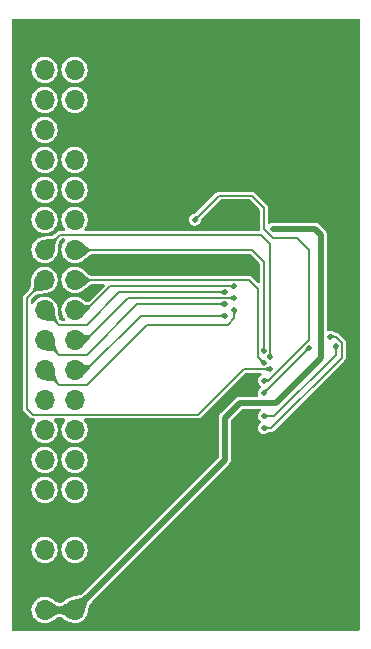
<source format=gbr>
%TF.GenerationSoftware,KiCad,Pcbnew,(6.0.9)*%
%TF.CreationDate,2022-11-14T09:52:40+08:00*%
%TF.ProjectId,ZDYZ_7''_RGB,5a44595a-5f37-4272-975f-5247422e6b69,rev?*%
%TF.SameCoordinates,Original*%
%TF.FileFunction,Copper,L2,Bot*%
%TF.FilePolarity,Positive*%
%FSLAX46Y46*%
G04 Gerber Fmt 4.6, Leading zero omitted, Abs format (unit mm)*
G04 Created by KiCad (PCBNEW (6.0.9)) date 2022-11-14 09:52:40*
%MOMM*%
%LPD*%
G01*
G04 APERTURE LIST*
%TA.AperFunction,ComponentPad*%
%ADD10R,1.700000X1.700000*%
%TD*%
%TA.AperFunction,ComponentPad*%
%ADD11O,1.700000X1.700000*%
%TD*%
%TA.AperFunction,ViaPad*%
%ADD12C,0.500000*%
%TD*%
%TA.AperFunction,Conductor*%
%ADD13C,0.150000*%
%TD*%
%TA.AperFunction,Conductor*%
%ADD14C,0.500000*%
%TD*%
G04 APERTURE END LIST*
D10*
%TO.P,J1,1,GND*%
%TO.N,/GND*%
X92690000Y-59974000D03*
D11*
%TO.P,J1,2,GND*%
X95230000Y-59974000D03*
%TO.P,J1,3,IO4*%
%TO.N,/LCD_BL*%
X92690000Y-62514000D03*
%TO.P,J1,4,IO19*%
%TO.N,unconnected-(J1-Pad4)*%
X95230000Y-62514000D03*
%TO.P,J1,5,I2C_SDA*%
%TO.N,/TP_SDA*%
X92690000Y-65054000D03*
%TO.P,J1,6,IO20*%
%TO.N,unconnected-(J1-Pad6)*%
X95230000Y-65054000D03*
%TO.P,J1,7,I2C_SCL*%
%TO.N,/TP_SCL*%
X92690000Y-67594000D03*
%TO.P,J1,8,GND*%
%TO.N,/GND*%
X95230000Y-67594000D03*
%TO.P,J1,9,LCD_DE*%
%TO.N,/LCD_DE*%
X92690000Y-70134000D03*
%TO.P,J1,10,IO0*%
%TO.N,unconnected-(J1-Pad10)*%
X95230000Y-70134000D03*
%TO.P,J1,11,LCD_HSYNC*%
%TO.N,/LCD_HSYNC*%
X92690000Y-72674000D03*
%TO.P,J1,12,LCD_VSYNC*%
%TO.N,/LCD_VSYNC*%
X95230000Y-72674000D03*
%TO.P,J1,13,LCD_B3*%
%TO.N,/LCD_B3*%
X92690000Y-75214000D03*
%TO.P,J1,14,LCD_PCLK*%
%TO.N,/LCD_CLK*%
X95230000Y-75214000D03*
%TO.P,J1,15,LCD_B5*%
%TO.N,/LCD_B5*%
X92690000Y-77754000D03*
%TO.P,J1,16,LCD_B4*%
%TO.N,/LCD_B4*%
X95230000Y-77754000D03*
%TO.P,J1,17,LCD_B7*%
%TO.N,/LCD_B7*%
X92690000Y-80294000D03*
%TO.P,J1,18,LCD_B6*%
%TO.N,/LCD_B6*%
X95230000Y-80294000D03*
%TO.P,J1,19,LCD_G3*%
%TO.N,/LCD_G3*%
X92690000Y-82834000D03*
%TO.P,J1,20,LCD_G2*%
%TO.N,/LCD_G2*%
X95230000Y-82834000D03*
%TO.P,J1,21,LCD_G5*%
%TO.N,/LCD_G5*%
X92690000Y-85374000D03*
%TO.P,J1,22,LCD_G4*%
%TO.N,/LCD_G4*%
X95230000Y-85374000D03*
%TO.P,J1,23,LCD_G6*%
%TO.N,/LCD_G6*%
X92690000Y-87914000D03*
%TO.P,J1,24,LCD_G7*%
%TO.N,/LCD_G7*%
X95230000Y-87914000D03*
%TO.P,J1,25,LCD_R3*%
%TO.N,/LCD_R3*%
X92690000Y-90454000D03*
%TO.P,J1,26,LCD_R4*%
%TO.N,/LCD_R4*%
X95230000Y-90454000D03*
%TO.P,J1,27,LCD_R5*%
%TO.N,/LCD_R5*%
X92690000Y-92994000D03*
%TO.P,J1,28,LCD_R6*%
%TO.N,/LCD_R6*%
X95230000Y-92994000D03*
%TO.P,J1,29,LCD_R7*%
%TO.N,/LCD_R7*%
X92690000Y-95534000D03*
%TO.P,J1,30,SPI_MOSI*%
%TO.N,unconnected-(J1-Pad30)*%
X95230000Y-95534000D03*
%TO.P,J1,31,SPI_CS*%
%TO.N,unconnected-(J1-Pad31)*%
X92690000Y-98074000D03*
%TO.P,J1,32,SPI_SCK*%
%TO.N,unconnected-(J1-Pad32)*%
X95230000Y-98074000D03*
%TO.P,J1,33,GND*%
%TO.N,/GND*%
X92690000Y-100614000D03*
%TO.P,J1,34,GND*%
X95230000Y-100614000D03*
%TO.P,J1,35,VCC3.3V*%
%TO.N,unconnected-(J1-Pad35)*%
X92690000Y-103154000D03*
%TO.P,J1,36,VCC3.3V*%
%TO.N,unconnected-(J1-Pad36)*%
X95230000Y-103154000D03*
%TO.P,J1,37,GND*%
%TO.N,/GND*%
X92690000Y-105694000D03*
%TO.P,J1,38,GND*%
X95230000Y-105694000D03*
%TO.P,J1,39,VCC5V*%
%TO.N,/VCC5V*%
X92690000Y-108234000D03*
%TO.P,J1,40,VCC5V*%
X95230000Y-108234000D03*
%TD*%
D12*
%TO.N,/GND*%
X90678000Y-79756000D03*
X118872000Y-67818000D03*
X113538000Y-100584000D03*
X100838000Y-93218000D03*
X90678000Y-75946000D03*
X103378000Y-93218000D03*
X107442000Y-67818000D03*
X113538000Y-102108000D03*
X90678000Y-77216000D03*
X103378000Y-97536000D03*
X114808000Y-103632000D03*
X90678000Y-67310000D03*
X100076000Y-78994000D03*
X102362000Y-67818000D03*
X98298000Y-97536000D03*
X106172000Y-59436000D03*
X90678000Y-96774000D03*
X90678000Y-92964000D03*
X118872000Y-69088000D03*
X90678000Y-74676000D03*
X108712000Y-59436000D03*
X118872000Y-71628000D03*
X100838000Y-97536000D03*
X90678000Y-95504000D03*
X98806000Y-78994000D03*
X106172000Y-67818000D03*
X117856000Y-88900000D03*
X112268000Y-103632000D03*
X103632000Y-59436000D03*
X104902000Y-59436000D03*
X102616000Y-78994000D03*
X110998000Y-100584000D03*
X112268000Y-100584000D03*
X90678000Y-98044000D03*
X117856000Y-90170000D03*
X118872000Y-70358000D03*
X118872000Y-72898000D03*
X117856000Y-91440000D03*
X112268000Y-102108000D03*
X90678000Y-94234000D03*
X99568000Y-93218000D03*
X90678000Y-63500000D03*
X117856000Y-92710000D03*
X90678000Y-66040000D03*
X114808000Y-102108000D03*
X104648000Y-93218000D03*
X97536000Y-78994000D03*
X102108000Y-93218000D03*
X90678000Y-64770000D03*
X107442000Y-59436000D03*
X110998000Y-103632000D03*
X109728000Y-100584000D03*
X104902000Y-67818000D03*
X90678000Y-62230000D03*
X117856000Y-93980000D03*
X103632000Y-67818000D03*
X110998000Y-102108000D03*
X109728000Y-103632000D03*
X109728000Y-102108000D03*
X113538000Y-103632000D03*
X99568000Y-97536000D03*
X101346000Y-78994000D03*
X90678000Y-78486000D03*
X114808000Y-100584000D03*
X102108000Y-97536000D03*
%TO.N,/TP_SDA*%
X111252000Y-91824000D03*
X117348000Y-85852000D03*
%TO.N,/TP_SCL*%
X111252000Y-92824000D03*
X116840000Y-85090000D03*
%TO.N,/LCD_VSYNC*%
X115062000Y-86039500D03*
X111252000Y-89849500D03*
%TO.N,/LCD_CLK*%
X105410000Y-75184000D03*
X111252000Y-88824000D03*
%TO.N,/LCD_B5*%
X111752000Y-86824000D03*
%TO.N,/LCD_B4*%
X111252000Y-86324000D03*
%TO.N,/LCD_B7*%
X111752000Y-87824000D03*
%TO.N,/LCD_B6*%
X111252000Y-87324000D03*
%TO.N,/LCD_G3*%
X107950000Y-81324000D03*
%TO.N,/LCD_G2*%
X108764000Y-80824000D03*
%TO.N,/LCD_G5*%
X107950000Y-82324000D03*
%TO.N,/LCD_G4*%
X108764000Y-81824000D03*
%TO.N,/LCD_G6*%
X108764000Y-82824000D03*
%TO.N,/LCD_G7*%
X107950000Y-83324000D03*
%TO.N,/VCC5V*%
X112014000Y-75946000D03*
%TD*%
D13*
%TO.N,/TP_SDA*%
X117348000Y-86614000D02*
X112138000Y-91824000D01*
X117348000Y-85852000D02*
X117348000Y-86614000D01*
X112138000Y-91824000D02*
X111252000Y-91824000D01*
%TO.N,/TP_SCL*%
X116840000Y-85090000D02*
X117348000Y-85090000D01*
X117348000Y-85090000D02*
X117856000Y-85598000D01*
X117856000Y-85598000D02*
X117856000Y-86868000D01*
X111900000Y-92824000D02*
X111252000Y-92824000D01*
X117856000Y-86868000D02*
X111900000Y-92824000D01*
%TO.N,/LCD_VSYNC*%
X115062000Y-86039500D02*
X111252000Y-89849500D01*
%TO.N,/LCD_CLK*%
X111252000Y-74168000D02*
X111252000Y-75946000D01*
X115062000Y-77724000D02*
X115062000Y-85344000D01*
X107442000Y-73152000D02*
X110236000Y-73152000D01*
X111582000Y-88824000D02*
X111252000Y-88824000D01*
X105410000Y-75184000D02*
X107442000Y-73152000D01*
X115062000Y-85344000D02*
X111582000Y-88824000D01*
X114046000Y-76708000D02*
X115062000Y-77724000D01*
X112014000Y-76708000D02*
X114046000Y-76708000D01*
X111252000Y-75946000D02*
X112014000Y-76708000D01*
X110236000Y-73152000D02*
X111252000Y-74168000D01*
%TO.N,/LCD_B5*%
X93990000Y-76454000D02*
X110998000Y-76454000D01*
X110998000Y-76454000D02*
X111760000Y-77216000D01*
X111760000Y-77216000D02*
X111760000Y-86816000D01*
X111760000Y-86816000D02*
X111752000Y-86824000D01*
X92690000Y-77754000D02*
X93990000Y-76454000D01*
%TO.N,/LCD_B4*%
X111252000Y-78740000D02*
X110266000Y-77754000D01*
X110266000Y-77754000D02*
X95230000Y-77754000D01*
X111252000Y-86324000D02*
X111252000Y-78740000D01*
%TO.N,/LCD_B7*%
X105664000Y-91694000D02*
X109534000Y-87824000D01*
X91186000Y-91186000D02*
X91694000Y-91694000D01*
X109534000Y-87824000D02*
X111752000Y-87824000D01*
X91694000Y-91694000D02*
X105664000Y-91694000D01*
X92690000Y-80294000D02*
X91186000Y-81798000D01*
X91186000Y-81798000D02*
X91186000Y-91186000D01*
%TO.N,/LCD_B6*%
X110744000Y-81026000D02*
X110744000Y-86816000D01*
X95230000Y-80294000D02*
X110012000Y-80294000D01*
X110744000Y-86816000D02*
X111252000Y-87324000D01*
X110012000Y-80294000D02*
X110744000Y-81026000D01*
%TO.N,/LCD_G3*%
X92690000Y-82834000D02*
X93930000Y-84074000D01*
X96266000Y-84074000D02*
X99016000Y-81324000D01*
X93930000Y-84074000D02*
X96266000Y-84074000D01*
X99016000Y-81324000D02*
X107950000Y-81324000D01*
%TO.N,/LCD_G2*%
X96236000Y-82834000D02*
X95230000Y-82834000D01*
X108764000Y-80824000D02*
X98246000Y-80824000D01*
X98246000Y-80824000D02*
X96236000Y-82834000D01*
%TO.N,/LCD_G5*%
X100556000Y-82324000D02*
X107950000Y-82324000D01*
X92690000Y-85374000D02*
X93930000Y-86614000D01*
X93930000Y-86614000D02*
X96266000Y-86614000D01*
X96266000Y-86614000D02*
X100556000Y-82324000D01*
%TO.N,/LCD_G4*%
X99786000Y-81824000D02*
X108764000Y-81824000D01*
X96236000Y-85374000D02*
X99786000Y-81824000D01*
X95230000Y-85374000D02*
X96236000Y-85374000D01*
%TO.N,/LCD_G6*%
X101346000Y-84074000D02*
X108204000Y-84074000D01*
X93930000Y-89154000D02*
X96266000Y-89154000D01*
X92690000Y-87914000D02*
X93930000Y-89154000D01*
X108764000Y-83514000D02*
X108764000Y-82824000D01*
X108204000Y-84074000D02*
X108764000Y-83514000D01*
X96266000Y-89154000D02*
X101346000Y-84074000D01*
%TO.N,/LCD_G7*%
X95230000Y-87914000D02*
X96236000Y-87914000D01*
X96236000Y-87914000D02*
X100838000Y-83312000D01*
X100838000Y-83312000D02*
X107938000Y-83312000D01*
X107938000Y-83312000D02*
X107950000Y-83324000D01*
D14*
%TO.N,/VCC5V*%
X109220000Y-90678000D02*
X107950000Y-91948000D01*
X116078000Y-86868000D02*
X112268000Y-90678000D01*
X107950000Y-95514000D02*
X95230000Y-108234000D01*
X112268000Y-90678000D02*
X109220000Y-90678000D01*
X112014000Y-75946000D02*
X115570000Y-75946000D01*
X107950000Y-91948000D02*
X107950000Y-95514000D01*
X116078000Y-76454000D02*
X116078000Y-86868000D01*
X92690000Y-108234000D02*
X95230000Y-108234000D01*
X115570000Y-75946000D02*
X116078000Y-76454000D01*
%TD*%
%TA.AperFunction,Conductor*%
%TO.N,/LCD_VSYNC*%
G36*
X115146562Y-85954615D02*
G01*
X115150150Y-85963277D01*
X115144458Y-86254464D01*
X115144208Y-86267230D01*
X115140620Y-86275434D01*
X115136001Y-86278168D01*
X115097461Y-86290218D01*
X115096856Y-86290389D01*
X115055433Y-86300809D01*
X115055052Y-86300898D01*
X115019587Y-86308464D01*
X115017192Y-86308975D01*
X114981950Y-86316341D01*
X114981833Y-86316370D01*
X114981824Y-86316372D01*
X114948648Y-86324584D01*
X114948422Y-86324640D01*
X114948214Y-86324709D01*
X114948207Y-86324711D01*
X114928069Y-86331392D01*
X114915524Y-86335554D01*
X114903775Y-86340913D01*
X114882482Y-86350625D01*
X114882474Y-86350629D01*
X114882172Y-86350767D01*
X114847282Y-86371959D01*
X114809770Y-86400814D01*
X114809562Y-86401007D01*
X114776813Y-86431357D01*
X114768416Y-86434468D01*
X114760587Y-86431049D01*
X114670451Y-86340913D01*
X114667024Y-86332640D01*
X114670142Y-86324687D01*
X114700511Y-86291917D01*
X114700513Y-86291914D01*
X114700685Y-86291729D01*
X114729540Y-86254217D01*
X114750732Y-86219327D01*
X114750870Y-86219025D01*
X114750874Y-86219017D01*
X114765816Y-86186257D01*
X114765945Y-86185975D01*
X114776859Y-86153077D01*
X114785158Y-86119549D01*
X114792524Y-86084307D01*
X114800601Y-86046447D01*
X114800698Y-86046034D01*
X114811101Y-86004680D01*
X114811280Y-86004042D01*
X114823332Y-85965498D01*
X114829072Y-85958625D01*
X114834269Y-85957292D01*
X115030959Y-85953447D01*
X115138223Y-85951350D01*
X115146562Y-85954615D01*
G37*
%TD.AperFunction*%
%TD*%
%TA.AperFunction,Conductor*%
%TO.N,/LCD_G6*%
G36*
X108772433Y-82707769D02*
G01*
X108983160Y-82926899D01*
X108986425Y-82935238D01*
X108985093Y-82940434D01*
X108966370Y-82976190D01*
X108966047Y-82976767D01*
X108944125Y-83013427D01*
X108943900Y-83013787D01*
X108922891Y-83046190D01*
X108922865Y-83046231D01*
X108903204Y-83076281D01*
X108903190Y-83076303D01*
X108903153Y-83076360D01*
X108885313Y-83105936D01*
X108869768Y-83136916D01*
X108856942Y-83171257D01*
X108847256Y-83210913D01*
X108841134Y-83257842D01*
X108841124Y-83258108D01*
X108839428Y-83302744D01*
X108835689Y-83310881D01*
X108827736Y-83314000D01*
X108700264Y-83314000D01*
X108691991Y-83310573D01*
X108688572Y-83302744D01*
X108686875Y-83258108D01*
X108686865Y-83257842D01*
X108680743Y-83210913D01*
X108671057Y-83171257D01*
X108658231Y-83136916D01*
X108642686Y-83105936D01*
X108624846Y-83076360D01*
X108624809Y-83076303D01*
X108624795Y-83076281D01*
X108605134Y-83046231D01*
X108605108Y-83046190D01*
X108584099Y-83013787D01*
X108583874Y-83013427D01*
X108561952Y-82976767D01*
X108561629Y-82976189D01*
X108542908Y-82940436D01*
X108542106Y-82931518D01*
X108544840Y-82926899D01*
X108755567Y-82707769D01*
X108763771Y-82704181D01*
X108772433Y-82707769D01*
G37*
%TD.AperFunction*%
%TD*%
%TA.AperFunction,Conductor*%
%TO.N,/LCD_G5*%
G36*
X107847101Y-82104840D02*
G01*
X108008723Y-82260264D01*
X108066231Y-82315567D01*
X108069819Y-82323771D01*
X108066231Y-82332433D01*
X107847101Y-82543160D01*
X107838762Y-82546425D01*
X107833565Y-82545092D01*
X107797810Y-82526370D01*
X107797232Y-82526047D01*
X107760572Y-82504125D01*
X107760212Y-82503900D01*
X107727809Y-82482891D01*
X107727768Y-82482865D01*
X107697718Y-82463204D01*
X107697696Y-82463190D01*
X107697639Y-82463153D01*
X107668063Y-82445313D01*
X107637083Y-82429768D01*
X107636789Y-82429658D01*
X107636784Y-82429656D01*
X107603075Y-82417066D01*
X107603069Y-82417064D01*
X107602742Y-82416942D01*
X107563086Y-82407256D01*
X107516157Y-82401134D01*
X107471255Y-82399428D01*
X107463119Y-82395689D01*
X107460000Y-82387736D01*
X107460000Y-82260264D01*
X107463427Y-82251991D01*
X107471256Y-82248572D01*
X107516157Y-82246865D01*
X107563086Y-82240743D01*
X107602742Y-82231057D01*
X107603069Y-82230935D01*
X107603075Y-82230933D01*
X107636784Y-82218343D01*
X107636789Y-82218341D01*
X107637083Y-82218231D01*
X107668063Y-82202686D01*
X107697639Y-82184846D01*
X107697696Y-82184809D01*
X107697718Y-82184795D01*
X107727768Y-82165134D01*
X107727809Y-82165108D01*
X107760212Y-82144099D01*
X107760572Y-82143874D01*
X107797232Y-82121952D01*
X107797810Y-82121629D01*
X107833564Y-82102908D01*
X107842483Y-82102106D01*
X107847101Y-82104840D01*
G37*
%TD.AperFunction*%
%TD*%
%TA.AperFunction,Conductor*%
%TO.N,/LCD_B5*%
G36*
X93839790Y-76513772D02*
G01*
X93930228Y-76604210D01*
X93933655Y-76612483D01*
X93930686Y-76620271D01*
X93803525Y-76762830D01*
X93710477Y-76901845D01*
X93650847Y-77032765D01*
X93616585Y-77159285D01*
X93599640Y-77285101D01*
X93599627Y-77285316D01*
X93599627Y-77285318D01*
X93591963Y-77413883D01*
X93591962Y-77413907D01*
X93591959Y-77413970D01*
X93585514Y-77549145D01*
X93585479Y-77549650D01*
X93572253Y-77694785D01*
X93572124Y-77695753D01*
X93544139Y-77854622D01*
X93543860Y-77855826D01*
X93495309Y-78024655D01*
X93489730Y-78031657D01*
X93484296Y-78033118D01*
X92808775Y-78046323D01*
X92401645Y-78054282D01*
X92393306Y-78051017D01*
X92389718Y-78042355D01*
X92399350Y-77549650D01*
X92410882Y-76959704D01*
X92414470Y-76951501D01*
X92419344Y-76948691D01*
X92508510Y-76923049D01*
X92588174Y-76900139D01*
X92589378Y-76899860D01*
X92748246Y-76871875D01*
X92749214Y-76871746D01*
X92894349Y-76858520D01*
X92894854Y-76858485D01*
X93030029Y-76852040D01*
X93030092Y-76852037D01*
X93030116Y-76852036D01*
X93158681Y-76844372D01*
X93158683Y-76844372D01*
X93158898Y-76844359D01*
X93284714Y-76827414D01*
X93285091Y-76827312D01*
X93410770Y-76793278D01*
X93410774Y-76793277D01*
X93411234Y-76793152D01*
X93542154Y-76733522D01*
X93681169Y-76640474D01*
X93823729Y-76513314D01*
X93832184Y-76510364D01*
X93839790Y-76513772D01*
G37*
%TD.AperFunction*%
%TD*%
%TA.AperFunction,Conductor*%
%TO.N,/LCD_G6*%
G36*
X92808775Y-87621677D02*
G01*
X93484296Y-87634882D01*
X93492499Y-87638470D01*
X93495309Y-87643344D01*
X93532600Y-87773016D01*
X93543860Y-87812173D01*
X93544139Y-87813377D01*
X93572124Y-87972246D01*
X93572253Y-87973214D01*
X93585479Y-88118349D01*
X93585514Y-88118854D01*
X93591962Y-88254092D01*
X93599640Y-88382898D01*
X93616585Y-88508714D01*
X93650847Y-88635234D01*
X93710477Y-88766154D01*
X93803525Y-88905169D01*
X93803797Y-88905474D01*
X93930686Y-89047729D01*
X93933636Y-89056184D01*
X93930228Y-89063790D01*
X93839790Y-89154228D01*
X93831517Y-89157655D01*
X93823729Y-89154686D01*
X93681474Y-89027797D01*
X93681169Y-89027525D01*
X93542154Y-88934477D01*
X93411234Y-88874847D01*
X93410774Y-88874722D01*
X93410770Y-88874721D01*
X93285091Y-88840687D01*
X93285090Y-88840687D01*
X93284714Y-88840585D01*
X93158898Y-88823640D01*
X93158683Y-88823627D01*
X93158681Y-88823627D01*
X93030116Y-88815963D01*
X93030092Y-88815962D01*
X93025617Y-88815749D01*
X92894854Y-88809514D01*
X92894349Y-88809479D01*
X92749214Y-88796253D01*
X92748246Y-88796124D01*
X92589377Y-88768139D01*
X92588173Y-88767860D01*
X92549016Y-88756600D01*
X92419345Y-88719309D01*
X92412343Y-88713730D01*
X92410882Y-88708295D01*
X92409463Y-88635667D01*
X92389902Y-87635051D01*
X92389718Y-87625645D01*
X92392983Y-87617306D01*
X92401645Y-87613718D01*
X92808775Y-87621677D01*
G37*
%TD.AperFunction*%
%TD*%
%TA.AperFunction,Conductor*%
%TO.N,/LCD_B4*%
G36*
X111324009Y-85837427D02*
G01*
X111327428Y-85845255D01*
X111329134Y-85890157D01*
X111335256Y-85937086D01*
X111344942Y-85976742D01*
X111357768Y-86011083D01*
X111373313Y-86042063D01*
X111391153Y-86071639D01*
X111391190Y-86071696D01*
X111391204Y-86071718D01*
X111410865Y-86101768D01*
X111410891Y-86101809D01*
X111431900Y-86134212D01*
X111432125Y-86134572D01*
X111454047Y-86171232D01*
X111454370Y-86171810D01*
X111473092Y-86207564D01*
X111473894Y-86216482D01*
X111471160Y-86221101D01*
X111260433Y-86440231D01*
X111252229Y-86443819D01*
X111243567Y-86440231D01*
X111032840Y-86221101D01*
X111029575Y-86212762D01*
X111030908Y-86207564D01*
X111049629Y-86171810D01*
X111049952Y-86171232D01*
X111071874Y-86134572D01*
X111072099Y-86134212D01*
X111093108Y-86101809D01*
X111093134Y-86101768D01*
X111112795Y-86071718D01*
X111112809Y-86071696D01*
X111112846Y-86071639D01*
X111130686Y-86042063D01*
X111146231Y-86011083D01*
X111159057Y-85976742D01*
X111168743Y-85937086D01*
X111174865Y-85890157D01*
X111176572Y-85845256D01*
X111180311Y-85837119D01*
X111188264Y-85834000D01*
X111315736Y-85834000D01*
X111324009Y-85837427D01*
G37*
%TD.AperFunction*%
%TD*%
%TA.AperFunction,Conductor*%
%TO.N,/LCD_B6*%
G36*
X95608059Y-79533179D02*
G01*
X95761771Y-79618228D01*
X95762819Y-79618882D01*
X95894939Y-79711427D01*
X95895715Y-79712020D01*
X96007690Y-79805291D01*
X96008072Y-79805623D01*
X96108231Y-79896666D01*
X96108262Y-79896693D01*
X96108266Y-79896697D01*
X96204775Y-79982348D01*
X96204932Y-79982468D01*
X96204942Y-79982476D01*
X96305412Y-80059095D01*
X96305416Y-80059098D01*
X96305722Y-80059331D01*
X96419412Y-80124567D01*
X96419852Y-80124732D01*
X96419857Y-80124734D01*
X96553702Y-80174809D01*
X96553706Y-80174810D01*
X96554152Y-80174977D01*
X96621162Y-80188250D01*
X96717845Y-80207402D01*
X96717851Y-80207403D01*
X96718246Y-80207481D01*
X96908967Y-80218370D01*
X96917031Y-80222263D01*
X96920000Y-80230051D01*
X96920000Y-80357949D01*
X96916573Y-80366222D01*
X96908967Y-80369630D01*
X96718246Y-80380518D01*
X96717851Y-80380596D01*
X96717845Y-80380597D01*
X96621162Y-80399749D01*
X96554152Y-80413022D01*
X96553706Y-80413189D01*
X96553702Y-80413190D01*
X96419857Y-80463265D01*
X96419852Y-80463267D01*
X96419412Y-80463432D01*
X96305722Y-80528668D01*
X96305416Y-80528901D01*
X96305412Y-80528904D01*
X96204942Y-80605523D01*
X96204932Y-80605531D01*
X96204775Y-80605651D01*
X96204620Y-80605789D01*
X96108299Y-80691273D01*
X96108231Y-80691333D01*
X96008072Y-80782376D01*
X96007690Y-80782708D01*
X95895715Y-80875979D01*
X95894939Y-80876572D01*
X95762819Y-80969117D01*
X95761771Y-80969771D01*
X95608059Y-81054821D01*
X95599161Y-81055828D01*
X95594285Y-81053017D01*
X94928768Y-80413022D01*
X94813769Y-80302433D01*
X94810181Y-80294229D01*
X94813769Y-80285567D01*
X94879598Y-80222263D01*
X95313024Y-79805458D01*
X95594285Y-79534983D01*
X95602624Y-79531718D01*
X95608059Y-79533179D01*
G37*
%TD.AperFunction*%
%TD*%
%TA.AperFunction,Conductor*%
%TO.N,/LCD_G7*%
G36*
X107857631Y-83100183D02*
G01*
X107944875Y-83192461D01*
X108066500Y-83321105D01*
X108069693Y-83329470D01*
X108065698Y-83337951D01*
X107858845Y-83518744D01*
X107836772Y-83538036D01*
X107828287Y-83540901D01*
X107823192Y-83539342D01*
X107787774Y-83518744D01*
X107787287Y-83518445D01*
X107750893Y-83494829D01*
X107750628Y-83494651D01*
X107718296Y-83472394D01*
X107718220Y-83472342D01*
X107705786Y-83463878D01*
X107688139Y-83451864D01*
X107688049Y-83451809D01*
X107688039Y-83451802D01*
X107658585Y-83433646D01*
X107658579Y-83433642D01*
X107658380Y-83433520D01*
X107658175Y-83433416D01*
X107658167Y-83433412D01*
X107627384Y-83417867D01*
X107627087Y-83417717D01*
X107626779Y-83417603D01*
X107626773Y-83417600D01*
X107610907Y-83411708D01*
X107592333Y-83404810D01*
X107591993Y-83404728D01*
X107591989Y-83404727D01*
X107569333Y-83399276D01*
X107552187Y-83395151D01*
X107504719Y-83389096D01*
X107504453Y-83389086D01*
X107504451Y-83389086D01*
X107459268Y-83387416D01*
X107451127Y-83383686D01*
X107448000Y-83375724D01*
X107448000Y-83248298D01*
X107451427Y-83240025D01*
X107459291Y-83236605D01*
X107474683Y-83236067D01*
X107506553Y-83234953D01*
X107506562Y-83234952D01*
X107506799Y-83234944D01*
X107556043Y-83229055D01*
X107556326Y-83228992D01*
X107597481Y-83219817D01*
X107597487Y-83219815D01*
X107597780Y-83219750D01*
X107634059Y-83207447D01*
X107666929Y-83192565D01*
X107672826Y-83189375D01*
X107698381Y-83175552D01*
X107698404Y-83175539D01*
X107698439Y-83175520D01*
X107730638Y-83156731D01*
X107765385Y-83136723D01*
X107765750Y-83136521D01*
X107805015Y-83115738D01*
X107805580Y-83115458D01*
X107844221Y-83097600D01*
X107853168Y-83097240D01*
X107857631Y-83100183D01*
G37*
%TD.AperFunction*%
%TD*%
%TA.AperFunction,Conductor*%
%TO.N,/VCC5V*%
G36*
X93067967Y-107472900D02*
G01*
X93210997Y-107547663D01*
X93211560Y-107547978D01*
X93339645Y-107624199D01*
X93339993Y-107624414D01*
X93452933Y-107697092D01*
X93557347Y-107764747D01*
X93659833Y-107825864D01*
X93660024Y-107825958D01*
X93660032Y-107825963D01*
X93726782Y-107859031D01*
X93767152Y-107879031D01*
X93767432Y-107879134D01*
X93767434Y-107879135D01*
X93885753Y-107922724D01*
X93885758Y-107922725D01*
X93886066Y-107922839D01*
X94023338Y-107955877D01*
X94185728Y-107976734D01*
X94380000Y-107984000D01*
X94380000Y-108484000D01*
X94185728Y-108491265D01*
X94023338Y-108512122D01*
X93960000Y-108527366D01*
X93886066Y-108545160D01*
X93885758Y-108545274D01*
X93885753Y-108545275D01*
X93767434Y-108588864D01*
X93767152Y-108588968D01*
X93726782Y-108608968D01*
X93660032Y-108642036D01*
X93660024Y-108642041D01*
X93659833Y-108642135D01*
X93557347Y-108703252D01*
X93557260Y-108703308D01*
X93557259Y-108703309D01*
X93452964Y-108770887D01*
X93452933Y-108770907D01*
X93339993Y-108843585D01*
X93339645Y-108843800D01*
X93211560Y-108920021D01*
X93210997Y-108920336D01*
X93067967Y-108995100D01*
X93059048Y-108995895D01*
X93054437Y-108993164D01*
X92978554Y-108920191D01*
X92273769Y-108242433D01*
X92270181Y-108234229D01*
X92273769Y-108225567D01*
X92524770Y-107984192D01*
X93054437Y-107474836D01*
X93062776Y-107471571D01*
X93067967Y-107472900D01*
G37*
%TD.AperFunction*%
%TD*%
%TA.AperFunction,Conductor*%
%TO.N,/TP_SDA*%
G36*
X117356433Y-85735769D02*
G01*
X117567160Y-85954899D01*
X117570425Y-85963238D01*
X117569093Y-85968434D01*
X117550370Y-86004190D01*
X117550047Y-86004767D01*
X117528125Y-86041427D01*
X117527900Y-86041787D01*
X117506891Y-86074190D01*
X117506865Y-86074231D01*
X117487204Y-86104281D01*
X117487190Y-86104303D01*
X117487153Y-86104360D01*
X117469313Y-86133936D01*
X117453768Y-86164916D01*
X117440942Y-86199257D01*
X117431256Y-86238913D01*
X117425134Y-86285842D01*
X117425124Y-86286108D01*
X117423428Y-86330744D01*
X117419689Y-86338881D01*
X117411736Y-86342000D01*
X117284264Y-86342000D01*
X117275991Y-86338573D01*
X117272572Y-86330744D01*
X117270875Y-86286108D01*
X117270865Y-86285842D01*
X117264743Y-86238913D01*
X117255057Y-86199257D01*
X117242231Y-86164916D01*
X117226686Y-86133936D01*
X117208846Y-86104360D01*
X117208809Y-86104303D01*
X117208795Y-86104281D01*
X117189134Y-86074231D01*
X117189108Y-86074190D01*
X117168099Y-86041787D01*
X117167874Y-86041427D01*
X117145952Y-86004767D01*
X117145629Y-86004189D01*
X117126908Y-85968436D01*
X117126106Y-85959518D01*
X117128840Y-85954899D01*
X117339567Y-85735769D01*
X117347771Y-85732181D01*
X117356433Y-85735769D01*
G37*
%TD.AperFunction*%
%TD*%
%TA.AperFunction,Conductor*%
%TO.N,/LCD_G7*%
G36*
X95608022Y-87153067D02*
G01*
X95676530Y-87190135D01*
X95726428Y-87217134D01*
X95727096Y-87217524D01*
X95843401Y-87290780D01*
X95843611Y-87290916D01*
X95952698Y-87363773D01*
X96056348Y-87430301D01*
X96056537Y-87430403D01*
X96056536Y-87430403D01*
X96118296Y-87463921D01*
X96156452Y-87484629D01*
X96255009Y-87520956D01*
X96323719Y-87529648D01*
X96353159Y-87533373D01*
X96353160Y-87533373D01*
X96354014Y-87533481D01*
X96455466Y-87516403D01*
X96561362Y-87463921D01*
X96665490Y-87377081D01*
X96674039Y-87374414D01*
X96681257Y-87377793D01*
X96771568Y-87468104D01*
X96774995Y-87476377D01*
X96771645Y-87484572D01*
X96644294Y-87614291D01*
X96532616Y-87732810D01*
X96439191Y-87836317D01*
X96358480Y-87929269D01*
X96284945Y-88016127D01*
X96213053Y-88101341D01*
X96213001Y-88101401D01*
X96137285Y-88189343D01*
X96137162Y-88189484D01*
X96052043Y-88284669D01*
X96051967Y-88284753D01*
X95951829Y-88391727D01*
X95951696Y-88391864D01*
X95894682Y-88450069D01*
X95837431Y-88508515D01*
X95829194Y-88512027D01*
X95823159Y-88510423D01*
X94818338Y-87921813D01*
X94812932Y-87914675D01*
X94814157Y-87905804D01*
X94816142Y-87903285D01*
X94885747Y-87836349D01*
X95594346Y-87154923D01*
X95602684Y-87151659D01*
X95608022Y-87153067D01*
G37*
%TD.AperFunction*%
%TD*%
%TA.AperFunction,Conductor*%
%TO.N,/LCD_G4*%
G36*
X108661101Y-81604840D02*
G01*
X108822723Y-81760264D01*
X108880231Y-81815567D01*
X108883819Y-81823771D01*
X108880231Y-81832433D01*
X108661101Y-82043160D01*
X108652762Y-82046425D01*
X108647565Y-82045092D01*
X108611810Y-82026370D01*
X108611232Y-82026047D01*
X108574572Y-82004125D01*
X108574212Y-82003900D01*
X108541809Y-81982891D01*
X108541768Y-81982865D01*
X108511718Y-81963204D01*
X108511696Y-81963190D01*
X108511639Y-81963153D01*
X108482063Y-81945313D01*
X108451083Y-81929768D01*
X108450789Y-81929658D01*
X108450784Y-81929656D01*
X108417075Y-81917066D01*
X108417069Y-81917064D01*
X108416742Y-81916942D01*
X108377086Y-81907256D01*
X108330157Y-81901134D01*
X108285255Y-81899428D01*
X108277119Y-81895689D01*
X108274000Y-81887736D01*
X108274000Y-81760264D01*
X108277427Y-81751991D01*
X108285256Y-81748572D01*
X108330157Y-81746865D01*
X108377086Y-81740743D01*
X108416742Y-81731057D01*
X108417069Y-81730935D01*
X108417075Y-81730933D01*
X108450784Y-81718343D01*
X108450789Y-81718341D01*
X108451083Y-81718231D01*
X108482063Y-81702686D01*
X108511639Y-81684846D01*
X108511696Y-81684809D01*
X108511718Y-81684795D01*
X108541768Y-81665134D01*
X108541809Y-81665108D01*
X108574212Y-81644099D01*
X108574572Y-81643874D01*
X108611232Y-81621952D01*
X108611810Y-81621629D01*
X108647564Y-81602908D01*
X108656483Y-81602106D01*
X108661101Y-81604840D01*
G37*
%TD.AperFunction*%
%TD*%
%TA.AperFunction,Conductor*%
%TO.N,/LCD_B5*%
G36*
X111831987Y-86329427D02*
G01*
X111835406Y-86337278D01*
X111837084Y-86383927D01*
X111843058Y-86432407D01*
X111852500Y-86473456D01*
X111864990Y-86509094D01*
X111880107Y-86541340D01*
X111897432Y-86572212D01*
X111916512Y-86603678D01*
X111916522Y-86603743D01*
X111916544Y-86603730D01*
X111936924Y-86637748D01*
X111937128Y-86638103D01*
X111958293Y-86676497D01*
X111958579Y-86677050D01*
X111976744Y-86714758D01*
X111977247Y-86723699D01*
X111974370Y-86728214D01*
X111756681Y-86940442D01*
X111748365Y-86943763D01*
X111739824Y-86939898D01*
X111536260Y-86714074D01*
X111533266Y-86705634D01*
X111534753Y-86700503D01*
X111554742Y-86664972D01*
X111555050Y-86664457D01*
X111578080Y-86628031D01*
X111578273Y-86627735D01*
X111600145Y-86595349D01*
X111615630Y-86572311D01*
X111620401Y-86565213D01*
X111634896Y-86541535D01*
X111638449Y-86535730D01*
X111638452Y-86535725D01*
X111638573Y-86535527D01*
X111654283Y-86504351D01*
X111667158Y-86469749D01*
X111676819Y-86429782D01*
X111682892Y-86382511D01*
X111684580Y-86337264D01*
X111688313Y-86329124D01*
X111696272Y-86326000D01*
X111823714Y-86326000D01*
X111831987Y-86329427D01*
G37*
%TD.AperFunction*%
%TD*%
%TA.AperFunction,Conductor*%
%TO.N,/TP_SDA*%
G36*
X111368435Y-91602908D02*
G01*
X111388228Y-91613271D01*
X111404189Y-91621629D01*
X111404767Y-91621952D01*
X111441427Y-91643874D01*
X111441787Y-91644099D01*
X111474190Y-91665108D01*
X111474231Y-91665134D01*
X111504281Y-91684795D01*
X111504303Y-91684809D01*
X111504360Y-91684846D01*
X111533936Y-91702686D01*
X111564916Y-91718231D01*
X111565210Y-91718341D01*
X111565215Y-91718343D01*
X111598924Y-91730933D01*
X111598930Y-91730935D01*
X111599257Y-91731057D01*
X111638913Y-91740743D01*
X111685842Y-91746865D01*
X111730744Y-91748572D01*
X111738881Y-91752311D01*
X111742000Y-91760264D01*
X111742000Y-91887736D01*
X111738573Y-91896009D01*
X111730745Y-91899428D01*
X111685842Y-91901134D01*
X111638913Y-91907256D01*
X111599257Y-91916942D01*
X111598930Y-91917064D01*
X111598924Y-91917066D01*
X111565215Y-91929656D01*
X111565210Y-91929658D01*
X111564916Y-91929768D01*
X111533936Y-91945313D01*
X111504360Y-91963153D01*
X111504303Y-91963190D01*
X111504281Y-91963204D01*
X111474231Y-91982865D01*
X111474190Y-91982891D01*
X111441787Y-92003900D01*
X111441427Y-92004125D01*
X111404767Y-92026047D01*
X111404199Y-92026365D01*
X111368435Y-92045092D01*
X111359518Y-92045894D01*
X111354899Y-92043160D01*
X111135769Y-91832433D01*
X111132181Y-91824229D01*
X111135769Y-91815567D01*
X111193278Y-91760264D01*
X111354899Y-91604840D01*
X111363238Y-91601575D01*
X111368435Y-91602908D01*
G37*
%TD.AperFunction*%
%TD*%
%TA.AperFunction,Conductor*%
%TO.N,/LCD_B7*%
G36*
X92986694Y-79996983D02*
G01*
X92990282Y-80005645D01*
X92990098Y-80015051D01*
X92970538Y-81015667D01*
X92969118Y-81088295D01*
X92965530Y-81096499D01*
X92960656Y-81099309D01*
X92830437Y-81136757D01*
X92791826Y-81147860D01*
X92790622Y-81148139D01*
X92631753Y-81176124D01*
X92630785Y-81176253D01*
X92485650Y-81189479D01*
X92485145Y-81189514D01*
X92354382Y-81195749D01*
X92349907Y-81195962D01*
X92349883Y-81195963D01*
X92221318Y-81203627D01*
X92221316Y-81203627D01*
X92221101Y-81203640D01*
X92095285Y-81220585D01*
X92094909Y-81220687D01*
X92094908Y-81220687D01*
X91969229Y-81254721D01*
X91969225Y-81254722D01*
X91968765Y-81254847D01*
X91837845Y-81314477D01*
X91698830Y-81407525D01*
X91698525Y-81407797D01*
X91556271Y-81534686D01*
X91547816Y-81537636D01*
X91540210Y-81534228D01*
X91449772Y-81443790D01*
X91446345Y-81435517D01*
X91449314Y-81427729D01*
X91467336Y-81407525D01*
X91576474Y-81285169D01*
X91669522Y-81146154D01*
X91729152Y-81015234D01*
X91763414Y-80888714D01*
X91780359Y-80762898D01*
X91788037Y-80634092D01*
X91794485Y-80498854D01*
X91794520Y-80498349D01*
X91807746Y-80353214D01*
X91807875Y-80352246D01*
X91835860Y-80193378D01*
X91836139Y-80192174D01*
X91859049Y-80112510D01*
X91884691Y-80023345D01*
X91890270Y-80016343D01*
X91895704Y-80014882D01*
X92571225Y-80001677D01*
X92978355Y-79993718D01*
X92986694Y-79996983D01*
G37*
%TD.AperFunction*%
%TD*%
%TA.AperFunction,Conductor*%
%TO.N,/TP_SCL*%
G36*
X111368435Y-92602908D02*
G01*
X111388228Y-92613271D01*
X111404189Y-92621629D01*
X111404767Y-92621952D01*
X111441427Y-92643874D01*
X111441787Y-92644099D01*
X111474190Y-92665108D01*
X111474231Y-92665134D01*
X111504281Y-92684795D01*
X111504303Y-92684809D01*
X111504360Y-92684846D01*
X111533936Y-92702686D01*
X111564916Y-92718231D01*
X111565210Y-92718341D01*
X111565215Y-92718343D01*
X111598924Y-92730933D01*
X111598930Y-92730935D01*
X111599257Y-92731057D01*
X111638913Y-92740743D01*
X111685842Y-92746865D01*
X111730744Y-92748572D01*
X111738881Y-92752311D01*
X111742000Y-92760264D01*
X111742000Y-92887736D01*
X111738573Y-92896009D01*
X111730745Y-92899428D01*
X111685842Y-92901134D01*
X111638913Y-92907256D01*
X111599257Y-92916942D01*
X111598930Y-92917064D01*
X111598924Y-92917066D01*
X111565215Y-92929656D01*
X111565210Y-92929658D01*
X111564916Y-92929768D01*
X111533936Y-92945313D01*
X111504360Y-92963153D01*
X111504303Y-92963190D01*
X111504281Y-92963204D01*
X111474231Y-92982865D01*
X111474190Y-92982891D01*
X111441787Y-93003900D01*
X111441427Y-93004125D01*
X111404767Y-93026047D01*
X111404199Y-93026365D01*
X111368435Y-93045092D01*
X111359518Y-93045894D01*
X111354899Y-93043160D01*
X111135769Y-92832433D01*
X111132181Y-92824229D01*
X111135769Y-92815567D01*
X111193278Y-92760264D01*
X111354899Y-92604840D01*
X111363238Y-92601575D01*
X111368435Y-92602908D01*
G37*
%TD.AperFunction*%
%TD*%
%TA.AperFunction,Conductor*%
%TO.N,/TP_SCL*%
G36*
X116956435Y-84868908D02*
G01*
X116976228Y-84879271D01*
X116992189Y-84887629D01*
X116992767Y-84887952D01*
X117029427Y-84909874D01*
X117029787Y-84910099D01*
X117062190Y-84931108D01*
X117062231Y-84931134D01*
X117092281Y-84950795D01*
X117092303Y-84950809D01*
X117092360Y-84950846D01*
X117121936Y-84968686D01*
X117152916Y-84984231D01*
X117153210Y-84984341D01*
X117153215Y-84984343D01*
X117186924Y-84996933D01*
X117186930Y-84996935D01*
X117187257Y-84997057D01*
X117226913Y-85006743D01*
X117273842Y-85012865D01*
X117318744Y-85014572D01*
X117326881Y-85018311D01*
X117330000Y-85026264D01*
X117330000Y-85153736D01*
X117326573Y-85162009D01*
X117318745Y-85165428D01*
X117273842Y-85167134D01*
X117226913Y-85173256D01*
X117187257Y-85182942D01*
X117186930Y-85183064D01*
X117186924Y-85183066D01*
X117153215Y-85195656D01*
X117153210Y-85195658D01*
X117152916Y-85195768D01*
X117121936Y-85211313D01*
X117092360Y-85229153D01*
X117092303Y-85229190D01*
X117092281Y-85229204D01*
X117062231Y-85248865D01*
X117062190Y-85248891D01*
X117029787Y-85269900D01*
X117029427Y-85270125D01*
X116992767Y-85292047D01*
X116992199Y-85292365D01*
X116956435Y-85311092D01*
X116947518Y-85311894D01*
X116942899Y-85309160D01*
X116723769Y-85098433D01*
X116720181Y-85090229D01*
X116723769Y-85081567D01*
X116781278Y-85026264D01*
X116942899Y-84870840D01*
X116951238Y-84867575D01*
X116956435Y-84868908D01*
G37*
%TD.AperFunction*%
%TD*%
%TA.AperFunction,Conductor*%
%TO.N,/LCD_G2*%
G36*
X108661101Y-80604840D02*
G01*
X108822723Y-80760264D01*
X108880231Y-80815567D01*
X108883819Y-80823771D01*
X108880231Y-80832433D01*
X108661101Y-81043160D01*
X108652762Y-81046425D01*
X108647565Y-81045092D01*
X108611810Y-81026370D01*
X108611232Y-81026047D01*
X108574572Y-81004125D01*
X108574212Y-81003900D01*
X108541809Y-80982891D01*
X108541768Y-80982865D01*
X108511718Y-80963204D01*
X108511696Y-80963190D01*
X108511639Y-80963153D01*
X108482063Y-80945313D01*
X108451083Y-80929768D01*
X108450789Y-80929658D01*
X108450784Y-80929656D01*
X108417075Y-80917066D01*
X108417069Y-80917064D01*
X108416742Y-80916942D01*
X108377086Y-80907256D01*
X108330157Y-80901134D01*
X108285255Y-80899428D01*
X108277119Y-80895689D01*
X108274000Y-80887736D01*
X108274000Y-80760264D01*
X108277427Y-80751991D01*
X108285256Y-80748572D01*
X108330157Y-80746865D01*
X108377086Y-80740743D01*
X108416742Y-80731057D01*
X108417069Y-80730935D01*
X108417075Y-80730933D01*
X108450784Y-80718343D01*
X108450789Y-80718341D01*
X108451083Y-80718231D01*
X108482063Y-80702686D01*
X108511639Y-80684846D01*
X108511696Y-80684809D01*
X108511718Y-80684795D01*
X108541768Y-80665134D01*
X108541809Y-80665108D01*
X108574212Y-80644099D01*
X108574572Y-80643874D01*
X108611232Y-80621952D01*
X108611810Y-80621629D01*
X108647564Y-80602908D01*
X108656483Y-80602106D01*
X108661101Y-80604840D01*
G37*
%TD.AperFunction*%
%TD*%
%TA.AperFunction,Conductor*%
%TO.N,/VCC5V*%
G36*
X96256203Y-106870184D02*
G01*
X96593816Y-107207797D01*
X96597243Y-107216070D01*
X96594120Y-107224028D01*
X96483322Y-107343435D01*
X96469553Y-107358274D01*
X96469397Y-107358476D01*
X96369664Y-107487603D01*
X96369658Y-107487612D01*
X96369474Y-107487850D01*
X96295769Y-107608277D01*
X96242661Y-107723339D01*
X96204370Y-107836820D01*
X96175118Y-107952504D01*
X96175092Y-107952627D01*
X96149134Y-108074139D01*
X96149126Y-108074175D01*
X96120658Y-108205420D01*
X96120564Y-108205819D01*
X96083885Y-108350305D01*
X96083709Y-108350925D01*
X96035442Y-108504915D01*
X96029698Y-108511785D01*
X96024509Y-108513113D01*
X95351066Y-108526278D01*
X95351065Y-108526279D01*
X94929480Y-108534520D01*
X94948634Y-107554722D01*
X94950886Y-107439492D01*
X94954474Y-107431289D01*
X94959085Y-107428558D01*
X95113074Y-107380290D01*
X95113694Y-107380114D01*
X95171783Y-107365368D01*
X95258195Y-107343431D01*
X95258565Y-107343344D01*
X95335247Y-107326711D01*
X95389788Y-107314881D01*
X95389824Y-107314873D01*
X95511495Y-107288881D01*
X95627179Y-107259629D01*
X95627391Y-107259557D01*
X95627396Y-107259556D01*
X95740364Y-107221438D01*
X95740366Y-107221437D01*
X95740660Y-107221338D01*
X95740940Y-107221209D01*
X95740947Y-107221206D01*
X95809386Y-107189617D01*
X95855722Y-107168230D01*
X95902065Y-107139867D01*
X95975880Y-107094690D01*
X95975885Y-107094687D01*
X95976149Y-107094525D01*
X95976387Y-107094341D01*
X95976396Y-107094335D01*
X96105523Y-106994602D01*
X96105725Y-106994446D01*
X96239644Y-106870184D01*
X96239972Y-106869880D01*
X96248367Y-106866765D01*
X96256203Y-106870184D01*
G37*
%TD.AperFunction*%
%TD*%
%TA.AperFunction,Conductor*%
%TO.N,/LCD_B7*%
G36*
X111649101Y-87604840D02*
G01*
X111810723Y-87760264D01*
X111868231Y-87815567D01*
X111871819Y-87823771D01*
X111868231Y-87832433D01*
X111649101Y-88043160D01*
X111640762Y-88046425D01*
X111635565Y-88045092D01*
X111599810Y-88026370D01*
X111599232Y-88026047D01*
X111562572Y-88004125D01*
X111562212Y-88003900D01*
X111529809Y-87982891D01*
X111529768Y-87982865D01*
X111499718Y-87963204D01*
X111499696Y-87963190D01*
X111499639Y-87963153D01*
X111470063Y-87945313D01*
X111439083Y-87929768D01*
X111438789Y-87929658D01*
X111438784Y-87929656D01*
X111405075Y-87917066D01*
X111405069Y-87917064D01*
X111404742Y-87916942D01*
X111365086Y-87907256D01*
X111318157Y-87901134D01*
X111273255Y-87899428D01*
X111265119Y-87895689D01*
X111262000Y-87887736D01*
X111262000Y-87760264D01*
X111265427Y-87751991D01*
X111273256Y-87748572D01*
X111318157Y-87746865D01*
X111365086Y-87740743D01*
X111404742Y-87731057D01*
X111405069Y-87730935D01*
X111405075Y-87730933D01*
X111438784Y-87718343D01*
X111438789Y-87718341D01*
X111439083Y-87718231D01*
X111470063Y-87702686D01*
X111499639Y-87684846D01*
X111499696Y-87684809D01*
X111499718Y-87684795D01*
X111529768Y-87665134D01*
X111529809Y-87665108D01*
X111562212Y-87644099D01*
X111562572Y-87643874D01*
X111599232Y-87621952D01*
X111599810Y-87621629D01*
X111635564Y-87602908D01*
X111644483Y-87602106D01*
X111649101Y-87604840D01*
G37*
%TD.AperFunction*%
%TD*%
%TA.AperFunction,Conductor*%
%TO.N,/VCC5V*%
G36*
X94865563Y-107474836D02*
G01*
X94946340Y-107552515D01*
X95655000Y-108234000D01*
X95351067Y-108526278D01*
X95351066Y-108526278D01*
X94941623Y-108920021D01*
X94865563Y-108993164D01*
X94857224Y-108996429D01*
X94852033Y-108995100D01*
X94709002Y-108920336D01*
X94708439Y-108920021D01*
X94580354Y-108843800D01*
X94580006Y-108843585D01*
X94467066Y-108770907D01*
X94467035Y-108770887D01*
X94362740Y-108703309D01*
X94362739Y-108703308D01*
X94362652Y-108703252D01*
X94260166Y-108642135D01*
X94259975Y-108642041D01*
X94259967Y-108642036D01*
X94193217Y-108608968D01*
X94152847Y-108588968D01*
X94152565Y-108588864D01*
X94034246Y-108545275D01*
X94034241Y-108545274D01*
X94033933Y-108545160D01*
X93960000Y-108527366D01*
X93896661Y-108512122D01*
X93734271Y-108491265D01*
X93540000Y-108484000D01*
X93540000Y-107984000D01*
X93734271Y-107976734D01*
X93896661Y-107955877D01*
X93960000Y-107940633D01*
X93961350Y-107940308D01*
X94033605Y-107922918D01*
X94033606Y-107922918D01*
X94033933Y-107922839D01*
X94034241Y-107922725D01*
X94034246Y-107922724D01*
X94152565Y-107879135D01*
X94152567Y-107879134D01*
X94152847Y-107879031D01*
X94193217Y-107859031D01*
X94259967Y-107825963D01*
X94259975Y-107825958D01*
X94260166Y-107825864D01*
X94362652Y-107764747D01*
X94467066Y-107697092D01*
X94580006Y-107624414D01*
X94580354Y-107624199D01*
X94698983Y-107553605D01*
X94708444Y-107547975D01*
X94709002Y-107547663D01*
X94710493Y-107546884D01*
X94852033Y-107472900D01*
X94860953Y-107472105D01*
X94865563Y-107474836D01*
G37*
%TD.AperFunction*%
%TD*%
%TA.AperFunction,Conductor*%
%TO.N,/LCD_G3*%
G36*
X107847101Y-81104840D02*
G01*
X108008723Y-81260264D01*
X108066231Y-81315567D01*
X108069819Y-81323771D01*
X108066231Y-81332433D01*
X107847101Y-81543160D01*
X107838762Y-81546425D01*
X107833565Y-81545092D01*
X107797810Y-81526370D01*
X107797232Y-81526047D01*
X107760572Y-81504125D01*
X107760212Y-81503900D01*
X107727809Y-81482891D01*
X107727768Y-81482865D01*
X107697718Y-81463204D01*
X107697696Y-81463190D01*
X107697639Y-81463153D01*
X107668063Y-81445313D01*
X107637083Y-81429768D01*
X107636789Y-81429658D01*
X107636784Y-81429656D01*
X107603075Y-81417066D01*
X107603069Y-81417064D01*
X107602742Y-81416942D01*
X107563086Y-81407256D01*
X107516157Y-81401134D01*
X107471255Y-81399428D01*
X107463119Y-81395689D01*
X107460000Y-81387736D01*
X107460000Y-81260264D01*
X107463427Y-81251991D01*
X107471256Y-81248572D01*
X107516157Y-81246865D01*
X107563086Y-81240743D01*
X107602742Y-81231057D01*
X107603069Y-81230935D01*
X107603075Y-81230933D01*
X107636784Y-81218343D01*
X107636789Y-81218341D01*
X107637083Y-81218231D01*
X107668063Y-81202686D01*
X107697639Y-81184846D01*
X107697696Y-81184809D01*
X107697718Y-81184795D01*
X107727768Y-81165134D01*
X107727809Y-81165108D01*
X107760212Y-81144099D01*
X107760572Y-81143874D01*
X107797232Y-81121952D01*
X107797810Y-81121629D01*
X107833564Y-81102908D01*
X107842483Y-81102106D01*
X107847101Y-81104840D01*
G37*
%TD.AperFunction*%
%TD*%
%TA.AperFunction,Conductor*%
%TO.N,/LCD_G4*%
G36*
X95608022Y-84613067D02*
G01*
X95676530Y-84650135D01*
X95726428Y-84677134D01*
X95727096Y-84677524D01*
X95843401Y-84750780D01*
X95843611Y-84750916D01*
X95952698Y-84823773D01*
X96056348Y-84890301D01*
X96056537Y-84890403D01*
X96056536Y-84890403D01*
X96118296Y-84923921D01*
X96156452Y-84944629D01*
X96255009Y-84980956D01*
X96323719Y-84989648D01*
X96353159Y-84993373D01*
X96353160Y-84993373D01*
X96354014Y-84993481D01*
X96455466Y-84976403D01*
X96561362Y-84923921D01*
X96665490Y-84837081D01*
X96674039Y-84834414D01*
X96681257Y-84837793D01*
X96771568Y-84928104D01*
X96774995Y-84936377D01*
X96771645Y-84944572D01*
X96644294Y-85074291D01*
X96532616Y-85192810D01*
X96439191Y-85296317D01*
X96358480Y-85389269D01*
X96284945Y-85476127D01*
X96213053Y-85561341D01*
X96213001Y-85561401D01*
X96137285Y-85649343D01*
X96137162Y-85649484D01*
X96052043Y-85744669D01*
X96051967Y-85744753D01*
X95951829Y-85851727D01*
X95951696Y-85851864D01*
X95894682Y-85910069D01*
X95837431Y-85968515D01*
X95829194Y-85972027D01*
X95823159Y-85970423D01*
X94818338Y-85381813D01*
X94812932Y-85374675D01*
X94814157Y-85365804D01*
X94816142Y-85363285D01*
X94885747Y-85296349D01*
X95594346Y-84614923D01*
X95602684Y-84611659D01*
X95608022Y-84613067D01*
G37*
%TD.AperFunction*%
%TD*%
%TA.AperFunction,Conductor*%
%TO.N,/LCD_G5*%
G36*
X92808775Y-85081677D02*
G01*
X93484296Y-85094882D01*
X93492499Y-85098470D01*
X93495309Y-85103344D01*
X93532600Y-85233016D01*
X93543860Y-85272173D01*
X93544139Y-85273377D01*
X93572124Y-85432246D01*
X93572253Y-85433214D01*
X93585479Y-85578349D01*
X93585514Y-85578854D01*
X93591962Y-85714092D01*
X93599640Y-85842898D01*
X93616585Y-85968714D01*
X93650847Y-86095234D01*
X93710477Y-86226154D01*
X93803525Y-86365169D01*
X93803797Y-86365474D01*
X93930686Y-86507729D01*
X93933636Y-86516184D01*
X93930228Y-86523790D01*
X93839790Y-86614228D01*
X93831517Y-86617655D01*
X93823729Y-86614686D01*
X93681474Y-86487797D01*
X93681169Y-86487525D01*
X93542154Y-86394477D01*
X93411234Y-86334847D01*
X93410774Y-86334722D01*
X93410770Y-86334721D01*
X93285091Y-86300687D01*
X93285090Y-86300687D01*
X93284714Y-86300585D01*
X93158898Y-86283640D01*
X93158683Y-86283627D01*
X93158681Y-86283627D01*
X93030116Y-86275963D01*
X93030092Y-86275962D01*
X93025617Y-86275749D01*
X92894854Y-86269514D01*
X92894349Y-86269479D01*
X92749214Y-86256253D01*
X92748246Y-86256124D01*
X92589377Y-86228139D01*
X92588173Y-86227860D01*
X92549016Y-86216600D01*
X92419345Y-86179309D01*
X92412343Y-86173730D01*
X92410882Y-86168295D01*
X92409463Y-86095667D01*
X92389902Y-85095051D01*
X92389718Y-85085645D01*
X92392983Y-85077306D01*
X92401645Y-85073718D01*
X92808775Y-85081677D01*
G37*
%TD.AperFunction*%
%TD*%
%TA.AperFunction,Conductor*%
%TO.N,/LCD_VSYNC*%
G36*
X111553413Y-89457951D02*
G01*
X111643549Y-89548087D01*
X111646976Y-89556360D01*
X111643857Y-89564313D01*
X111636104Y-89572679D01*
X111613314Y-89597270D01*
X111613149Y-89597484D01*
X111613146Y-89597488D01*
X111612152Y-89598780D01*
X111584459Y-89634782D01*
X111563267Y-89669672D01*
X111563129Y-89669974D01*
X111563125Y-89669982D01*
X111553893Y-89690223D01*
X111548054Y-89703024D01*
X111537140Y-89735922D01*
X111528841Y-89769450D01*
X111521485Y-89804645D01*
X111521475Y-89804692D01*
X111513398Y-89842552D01*
X111513309Y-89842933D01*
X111502889Y-89884356D01*
X111502718Y-89884961D01*
X111490668Y-89923501D01*
X111484928Y-89930375D01*
X111479731Y-89931708D01*
X111283041Y-89935553D01*
X111175777Y-89937650D01*
X111167438Y-89934385D01*
X111163850Y-89925723D01*
X111166905Y-89769450D01*
X111169792Y-89621769D01*
X111173380Y-89613566D01*
X111177998Y-89610832D01*
X111216542Y-89598780D01*
X111217180Y-89598601D01*
X111258534Y-89588198D01*
X111258947Y-89588101D01*
X111296760Y-89580034D01*
X111296807Y-89580024D01*
X111332049Y-89572658D01*
X111332166Y-89572629D01*
X111332175Y-89572627D01*
X111365351Y-89564415D01*
X111365352Y-89564415D01*
X111365577Y-89564359D01*
X111365785Y-89564290D01*
X111365792Y-89564288D01*
X111390617Y-89556052D01*
X111398475Y-89553445D01*
X111411276Y-89547606D01*
X111431517Y-89538374D01*
X111431525Y-89538370D01*
X111431827Y-89538232D01*
X111466717Y-89517040D01*
X111504229Y-89488185D01*
X111504417Y-89488011D01*
X111537187Y-89457642D01*
X111545585Y-89454532D01*
X111553413Y-89457951D01*
G37*
%TD.AperFunction*%
%TD*%
%TA.AperFunction,Conductor*%
%TO.N,/LCD_B4*%
G36*
X95608059Y-76993179D02*
G01*
X95761771Y-77078228D01*
X95762819Y-77078882D01*
X95894939Y-77171427D01*
X95895715Y-77172020D01*
X96007690Y-77265291D01*
X96008072Y-77265623D01*
X96108231Y-77356666D01*
X96108262Y-77356693D01*
X96108266Y-77356697D01*
X96204775Y-77442348D01*
X96204932Y-77442468D01*
X96204942Y-77442476D01*
X96305412Y-77519095D01*
X96305416Y-77519098D01*
X96305722Y-77519331D01*
X96419412Y-77584567D01*
X96419852Y-77584732D01*
X96419857Y-77584734D01*
X96553702Y-77634809D01*
X96553706Y-77634810D01*
X96554152Y-77634977D01*
X96621162Y-77648250D01*
X96717845Y-77667402D01*
X96717851Y-77667403D01*
X96718246Y-77667481D01*
X96908967Y-77678370D01*
X96917031Y-77682263D01*
X96920000Y-77690051D01*
X96920000Y-77817949D01*
X96916573Y-77826222D01*
X96908967Y-77829630D01*
X96718246Y-77840518D01*
X96717851Y-77840596D01*
X96717845Y-77840597D01*
X96621162Y-77859749D01*
X96554152Y-77873022D01*
X96553706Y-77873189D01*
X96553702Y-77873190D01*
X96419857Y-77923265D01*
X96419852Y-77923267D01*
X96419412Y-77923432D01*
X96305722Y-77988668D01*
X96305416Y-77988901D01*
X96305412Y-77988904D01*
X96204942Y-78065523D01*
X96204932Y-78065531D01*
X96204775Y-78065651D01*
X96204620Y-78065789D01*
X96108299Y-78151273D01*
X96108231Y-78151333D01*
X96008072Y-78242376D01*
X96007690Y-78242708D01*
X95895715Y-78335979D01*
X95894939Y-78336572D01*
X95762819Y-78429117D01*
X95761771Y-78429771D01*
X95608059Y-78514821D01*
X95599161Y-78515828D01*
X95594285Y-78513017D01*
X94928768Y-77873022D01*
X94813769Y-77762433D01*
X94810181Y-77754229D01*
X94813769Y-77745567D01*
X94879598Y-77682263D01*
X95313024Y-77265458D01*
X95594285Y-76994983D01*
X95602624Y-76991718D01*
X95608059Y-76993179D01*
G37*
%TD.AperFunction*%
%TD*%
%TA.AperFunction,Conductor*%
%TO.N,/LCD_G2*%
G36*
X95608022Y-82073067D02*
G01*
X95676530Y-82110135D01*
X95726428Y-82137134D01*
X95727096Y-82137524D01*
X95843401Y-82210780D01*
X95843611Y-82210916D01*
X95952698Y-82283773D01*
X96056348Y-82350301D01*
X96056537Y-82350403D01*
X96056536Y-82350403D01*
X96118296Y-82383921D01*
X96156452Y-82404629D01*
X96255009Y-82440956D01*
X96323719Y-82449648D01*
X96353159Y-82453373D01*
X96353160Y-82453373D01*
X96354014Y-82453481D01*
X96455466Y-82436403D01*
X96561362Y-82383921D01*
X96665490Y-82297081D01*
X96674039Y-82294414D01*
X96681257Y-82297793D01*
X96771568Y-82388104D01*
X96774995Y-82396377D01*
X96771645Y-82404572D01*
X96644294Y-82534291D01*
X96532616Y-82652810D01*
X96439191Y-82756317D01*
X96358480Y-82849269D01*
X96284945Y-82936127D01*
X96213053Y-83021341D01*
X96213001Y-83021401D01*
X96137285Y-83109343D01*
X96137162Y-83109484D01*
X96052043Y-83204669D01*
X96051967Y-83204753D01*
X95951829Y-83311727D01*
X95951696Y-83311864D01*
X95894682Y-83370069D01*
X95837431Y-83428515D01*
X95829194Y-83432027D01*
X95823159Y-83430423D01*
X94818338Y-82841813D01*
X94812932Y-82834675D01*
X94814157Y-82825804D01*
X94816142Y-82823285D01*
X94885747Y-82756349D01*
X95594346Y-82074923D01*
X95602684Y-82071659D01*
X95608022Y-82073067D01*
G37*
%TD.AperFunction*%
%TD*%
%TA.AperFunction,Conductor*%
%TO.N,/LCD_B6*%
G36*
X110966812Y-86932141D02*
G01*
X110999770Y-86962685D01*
X111037282Y-86991540D01*
X111072172Y-87012732D01*
X111072474Y-87012870D01*
X111072482Y-87012874D01*
X111092723Y-87022106D01*
X111105524Y-87027945D01*
X111113382Y-87030552D01*
X111138207Y-87038788D01*
X111138214Y-87038790D01*
X111138422Y-87038859D01*
X111138647Y-87038915D01*
X111138648Y-87038915D01*
X111171824Y-87047127D01*
X111171833Y-87047129D01*
X111171950Y-87047158D01*
X111207192Y-87054524D01*
X111207239Y-87054534D01*
X111245052Y-87062601D01*
X111245465Y-87062698D01*
X111286819Y-87073101D01*
X111287457Y-87073280D01*
X111326002Y-87085332D01*
X111332875Y-87091072D01*
X111334208Y-87096269D01*
X111337095Y-87243950D01*
X111340150Y-87400223D01*
X111336885Y-87408562D01*
X111328223Y-87412150D01*
X111220959Y-87410053D01*
X111024269Y-87406208D01*
X111016066Y-87402620D01*
X111013332Y-87398002D01*
X111001280Y-87359457D01*
X111001101Y-87358819D01*
X110990698Y-87317465D01*
X110990601Y-87317052D01*
X110982524Y-87279192D01*
X110982514Y-87279145D01*
X110975158Y-87243950D01*
X110966859Y-87210422D01*
X110955945Y-87177524D01*
X110950106Y-87164723D01*
X110940874Y-87144482D01*
X110940870Y-87144474D01*
X110940732Y-87144172D01*
X110919540Y-87109282D01*
X110909531Y-87096270D01*
X110890853Y-87071988D01*
X110890850Y-87071984D01*
X110890685Y-87071770D01*
X110860141Y-87038812D01*
X110857031Y-87030417D01*
X110860450Y-87022588D01*
X110950588Y-86932450D01*
X110958861Y-86929023D01*
X110966812Y-86932141D01*
G37*
%TD.AperFunction*%
%TD*%
%TA.AperFunction,Conductor*%
%TO.N,/LCD_CLK*%
G36*
X105711413Y-74792451D02*
G01*
X105801549Y-74882587D01*
X105804976Y-74890860D01*
X105801857Y-74898813D01*
X105794104Y-74907179D01*
X105771314Y-74931770D01*
X105771149Y-74931984D01*
X105771146Y-74931988D01*
X105770152Y-74933280D01*
X105742459Y-74969282D01*
X105721267Y-75004172D01*
X105721129Y-75004474D01*
X105721125Y-75004482D01*
X105711893Y-75024723D01*
X105706054Y-75037524D01*
X105695140Y-75070422D01*
X105686841Y-75103950D01*
X105679485Y-75139145D01*
X105679475Y-75139192D01*
X105671398Y-75177052D01*
X105671309Y-75177433D01*
X105660889Y-75218856D01*
X105660718Y-75219461D01*
X105648668Y-75258001D01*
X105642928Y-75264875D01*
X105637731Y-75266208D01*
X105441041Y-75270053D01*
X105333777Y-75272150D01*
X105325438Y-75268885D01*
X105321850Y-75260223D01*
X105324905Y-75103950D01*
X105327792Y-74956269D01*
X105331380Y-74948066D01*
X105335998Y-74945332D01*
X105374542Y-74933280D01*
X105375180Y-74933101D01*
X105416534Y-74922698D01*
X105416947Y-74922601D01*
X105454760Y-74914534D01*
X105454807Y-74914524D01*
X105490049Y-74907158D01*
X105490166Y-74907129D01*
X105490175Y-74907127D01*
X105523351Y-74898915D01*
X105523352Y-74898915D01*
X105523577Y-74898859D01*
X105523785Y-74898790D01*
X105523792Y-74898788D01*
X105548617Y-74890552D01*
X105556475Y-74887945D01*
X105569276Y-74882106D01*
X105589517Y-74872874D01*
X105589525Y-74872870D01*
X105589827Y-74872732D01*
X105624717Y-74851540D01*
X105662229Y-74822685D01*
X105662417Y-74822511D01*
X105695187Y-74792142D01*
X105703585Y-74789032D01*
X105711413Y-74792451D01*
G37*
%TD.AperFunction*%
%TD*%
%TA.AperFunction,Conductor*%
%TO.N,/LCD_G3*%
G36*
X92808775Y-82541677D02*
G01*
X93484296Y-82554882D01*
X93492499Y-82558470D01*
X93495309Y-82563344D01*
X93532600Y-82693016D01*
X93543860Y-82732173D01*
X93544139Y-82733377D01*
X93572124Y-82892246D01*
X93572253Y-82893214D01*
X93585479Y-83038349D01*
X93585514Y-83038854D01*
X93591962Y-83174092D01*
X93599640Y-83302898D01*
X93616585Y-83428714D01*
X93650847Y-83555234D01*
X93710477Y-83686154D01*
X93803525Y-83825169D01*
X93803797Y-83825474D01*
X93930686Y-83967729D01*
X93933636Y-83976184D01*
X93930228Y-83983790D01*
X93839790Y-84074228D01*
X93831517Y-84077655D01*
X93823729Y-84074686D01*
X93681474Y-83947797D01*
X93681169Y-83947525D01*
X93542154Y-83854477D01*
X93411234Y-83794847D01*
X93410774Y-83794722D01*
X93410770Y-83794721D01*
X93285091Y-83760687D01*
X93285090Y-83760687D01*
X93284714Y-83760585D01*
X93158898Y-83743640D01*
X93158683Y-83743627D01*
X93158681Y-83743627D01*
X93030116Y-83735963D01*
X93030092Y-83735962D01*
X93025617Y-83735749D01*
X92894854Y-83729514D01*
X92894349Y-83729479D01*
X92749214Y-83716253D01*
X92748246Y-83716124D01*
X92589377Y-83688139D01*
X92588173Y-83687860D01*
X92549016Y-83676600D01*
X92419345Y-83639309D01*
X92412343Y-83633730D01*
X92410882Y-83628295D01*
X92409463Y-83555667D01*
X92389902Y-82555051D01*
X92389718Y-82545645D01*
X92392983Y-82537306D01*
X92401645Y-82533718D01*
X92808775Y-82541677D01*
G37*
%TD.AperFunction*%
%TD*%
%TA.AperFunction,Conductor*%
%TO.N,/LCD_CLK*%
G36*
X111368474Y-88603021D02*
G01*
X111393390Y-88616375D01*
X111393973Y-88616709D01*
X111424292Y-88635275D01*
X111424471Y-88635387D01*
X111447422Y-88650017D01*
X111453465Y-88653869D01*
X111481395Y-88670664D01*
X111508604Y-88684214D01*
X111509007Y-88684346D01*
X111509010Y-88684347D01*
X111534917Y-88692815D01*
X111535532Y-88693016D01*
X111536176Y-88693077D01*
X111536177Y-88693077D01*
X111561795Y-88695495D01*
X111561797Y-88695495D01*
X111562614Y-88695572D01*
X111590290Y-88690381D01*
X111618998Y-88675943D01*
X111640966Y-88657610D01*
X111649514Y-88654940D01*
X111656736Y-88658320D01*
X111746723Y-88748307D01*
X111750150Y-88756580D01*
X111746479Y-88765091D01*
X111714688Y-88795082D01*
X111714124Y-88795580D01*
X111679015Y-88824675D01*
X111678111Y-88825424D01*
X111677497Y-88825899D01*
X111644808Y-88849513D01*
X111644240Y-88849899D01*
X111613837Y-88869252D01*
X111613466Y-88869478D01*
X111584289Y-88886519D01*
X111555547Y-88903049D01*
X111555492Y-88903083D01*
X111555478Y-88903091D01*
X111526696Y-88920744D01*
X111526684Y-88920752D01*
X111526524Y-88920850D01*
X111496321Y-88941812D01*
X111464038Y-88967824D01*
X111463883Y-88967969D01*
X111435150Y-88994819D01*
X111426766Y-88997964D01*
X111421248Y-88996366D01*
X111140338Y-88831813D01*
X111134932Y-88824675D01*
X111136157Y-88815804D01*
X111138142Y-88813285D01*
X111354837Y-88604900D01*
X111363176Y-88601635D01*
X111368474Y-88603021D01*
G37*
%TD.AperFunction*%
%TD*%
%TA.AperFunction,Conductor*%
%TO.N,/GND*%
G36*
X119321621Y-58186502D02*
G01*
X119368114Y-58240158D01*
X119379500Y-58292500D01*
X119379500Y-109855500D01*
X119359498Y-109923621D01*
X119305842Y-109970114D01*
X119253500Y-109981500D01*
X90042500Y-109981500D01*
X89974379Y-109961498D01*
X89927886Y-109907842D01*
X89916500Y-109855500D01*
X89916500Y-103124964D01*
X91581148Y-103124964D01*
X91594424Y-103327522D01*
X91595845Y-103333118D01*
X91595846Y-103333123D01*
X91616119Y-103412945D01*
X91644392Y-103524269D01*
X91646809Y-103529512D01*
X91684010Y-103610208D01*
X91729377Y-103708616D01*
X91846533Y-103874389D01*
X91991938Y-104016035D01*
X92160720Y-104128812D01*
X92166023Y-104131090D01*
X92166026Y-104131092D01*
X92254707Y-104169192D01*
X92347228Y-104208942D01*
X92420244Y-104225464D01*
X92539579Y-104252467D01*
X92539584Y-104252468D01*
X92545216Y-104253742D01*
X92550987Y-104253969D01*
X92550989Y-104253969D01*
X92610756Y-104256317D01*
X92748053Y-104261712D01*
X92848499Y-104247148D01*
X92943231Y-104233413D01*
X92943236Y-104233412D01*
X92948945Y-104232584D01*
X92954409Y-104230729D01*
X92954414Y-104230728D01*
X93135693Y-104169192D01*
X93135698Y-104169190D01*
X93141165Y-104167334D01*
X93318276Y-104068147D01*
X93380934Y-104016035D01*
X93469913Y-103942031D01*
X93474345Y-103938345D01*
X93604147Y-103782276D01*
X93703334Y-103605165D01*
X93705190Y-103599698D01*
X93705192Y-103599693D01*
X93766728Y-103418414D01*
X93766729Y-103418409D01*
X93768584Y-103412945D01*
X93769412Y-103407236D01*
X93769413Y-103407231D01*
X93797179Y-103215727D01*
X93797712Y-103212053D01*
X93799232Y-103154000D01*
X93796564Y-103124964D01*
X94121148Y-103124964D01*
X94134424Y-103327522D01*
X94135845Y-103333118D01*
X94135846Y-103333123D01*
X94156119Y-103412945D01*
X94184392Y-103524269D01*
X94186809Y-103529512D01*
X94224010Y-103610208D01*
X94269377Y-103708616D01*
X94386533Y-103874389D01*
X94531938Y-104016035D01*
X94700720Y-104128812D01*
X94706023Y-104131090D01*
X94706026Y-104131092D01*
X94794707Y-104169192D01*
X94887228Y-104208942D01*
X94960244Y-104225464D01*
X95079579Y-104252467D01*
X95079584Y-104252468D01*
X95085216Y-104253742D01*
X95090987Y-104253969D01*
X95090989Y-104253969D01*
X95150756Y-104256317D01*
X95288053Y-104261712D01*
X95388499Y-104247148D01*
X95483231Y-104233413D01*
X95483236Y-104233412D01*
X95488945Y-104232584D01*
X95494409Y-104230729D01*
X95494414Y-104230728D01*
X95675693Y-104169192D01*
X95675698Y-104169190D01*
X95681165Y-104167334D01*
X95858276Y-104068147D01*
X95920934Y-104016035D01*
X96009913Y-103942031D01*
X96014345Y-103938345D01*
X96144147Y-103782276D01*
X96243334Y-103605165D01*
X96245190Y-103599698D01*
X96245192Y-103599693D01*
X96306728Y-103418414D01*
X96306729Y-103418409D01*
X96308584Y-103412945D01*
X96309412Y-103407236D01*
X96309413Y-103407231D01*
X96337179Y-103215727D01*
X96337712Y-103212053D01*
X96339232Y-103154000D01*
X96320658Y-102951859D01*
X96319090Y-102946299D01*
X96267125Y-102762046D01*
X96267124Y-102762044D01*
X96265557Y-102756487D01*
X96254978Y-102735033D01*
X96178331Y-102579609D01*
X96175776Y-102574428D01*
X96054320Y-102411779D01*
X95905258Y-102273987D01*
X95900375Y-102270906D01*
X95900371Y-102270903D01*
X95738464Y-102168748D01*
X95733581Y-102165667D01*
X95545039Y-102090446D01*
X95539379Y-102089320D01*
X95539375Y-102089319D01*
X95351613Y-102051971D01*
X95351610Y-102051971D01*
X95345946Y-102050844D01*
X95340171Y-102050768D01*
X95340167Y-102050768D01*
X95238793Y-102049441D01*
X95142971Y-102048187D01*
X95137274Y-102049166D01*
X95137273Y-102049166D01*
X94948607Y-102081585D01*
X94942910Y-102082564D01*
X94752463Y-102152824D01*
X94578010Y-102256612D01*
X94573670Y-102260418D01*
X94573666Y-102260421D01*
X94553723Y-102277911D01*
X94425392Y-102390455D01*
X94299720Y-102549869D01*
X94297031Y-102554980D01*
X94297029Y-102554983D01*
X94284073Y-102579609D01*
X94205203Y-102729515D01*
X94145007Y-102923378D01*
X94121148Y-103124964D01*
X93796564Y-103124964D01*
X93780658Y-102951859D01*
X93779090Y-102946299D01*
X93727125Y-102762046D01*
X93727124Y-102762044D01*
X93725557Y-102756487D01*
X93714978Y-102735033D01*
X93638331Y-102579609D01*
X93635776Y-102574428D01*
X93514320Y-102411779D01*
X93365258Y-102273987D01*
X93360375Y-102270906D01*
X93360371Y-102270903D01*
X93198464Y-102168748D01*
X93193581Y-102165667D01*
X93005039Y-102090446D01*
X92999379Y-102089320D01*
X92999375Y-102089319D01*
X92811613Y-102051971D01*
X92811610Y-102051971D01*
X92805946Y-102050844D01*
X92800171Y-102050768D01*
X92800167Y-102050768D01*
X92698793Y-102049441D01*
X92602971Y-102048187D01*
X92597274Y-102049166D01*
X92597273Y-102049166D01*
X92408607Y-102081585D01*
X92402910Y-102082564D01*
X92212463Y-102152824D01*
X92038010Y-102256612D01*
X92033670Y-102260418D01*
X92033666Y-102260421D01*
X92013723Y-102277911D01*
X91885392Y-102390455D01*
X91759720Y-102549869D01*
X91757031Y-102554980D01*
X91757029Y-102554983D01*
X91744073Y-102579609D01*
X91665203Y-102729515D01*
X91605007Y-102923378D01*
X91581148Y-103124964D01*
X89916500Y-103124964D01*
X89916500Y-98044964D01*
X91581148Y-98044964D01*
X91594424Y-98247522D01*
X91595845Y-98253118D01*
X91595846Y-98253123D01*
X91616119Y-98332945D01*
X91644392Y-98444269D01*
X91646809Y-98449512D01*
X91684010Y-98530208D01*
X91729377Y-98628616D01*
X91846533Y-98794389D01*
X91991938Y-98936035D01*
X92160720Y-99048812D01*
X92166023Y-99051090D01*
X92166026Y-99051092D01*
X92254707Y-99089192D01*
X92347228Y-99128942D01*
X92420244Y-99145464D01*
X92539579Y-99172467D01*
X92539584Y-99172468D01*
X92545216Y-99173742D01*
X92550987Y-99173969D01*
X92550989Y-99173969D01*
X92610756Y-99176317D01*
X92748053Y-99181712D01*
X92848499Y-99167148D01*
X92943231Y-99153413D01*
X92943236Y-99153412D01*
X92948945Y-99152584D01*
X92954409Y-99150729D01*
X92954414Y-99150728D01*
X93135693Y-99089192D01*
X93135698Y-99089190D01*
X93141165Y-99087334D01*
X93318276Y-98988147D01*
X93380934Y-98936035D01*
X93469913Y-98862031D01*
X93474345Y-98858345D01*
X93604147Y-98702276D01*
X93703334Y-98525165D01*
X93705190Y-98519698D01*
X93705192Y-98519693D01*
X93766728Y-98338414D01*
X93766729Y-98338409D01*
X93768584Y-98332945D01*
X93769412Y-98327236D01*
X93769413Y-98327231D01*
X93797179Y-98135727D01*
X93797712Y-98132053D01*
X93799232Y-98074000D01*
X93796564Y-98044964D01*
X94121148Y-98044964D01*
X94134424Y-98247522D01*
X94135845Y-98253118D01*
X94135846Y-98253123D01*
X94156119Y-98332945D01*
X94184392Y-98444269D01*
X94186809Y-98449512D01*
X94224010Y-98530208D01*
X94269377Y-98628616D01*
X94386533Y-98794389D01*
X94531938Y-98936035D01*
X94700720Y-99048812D01*
X94706023Y-99051090D01*
X94706026Y-99051092D01*
X94794707Y-99089192D01*
X94887228Y-99128942D01*
X94960244Y-99145464D01*
X95079579Y-99172467D01*
X95079584Y-99172468D01*
X95085216Y-99173742D01*
X95090987Y-99173969D01*
X95090989Y-99173969D01*
X95150756Y-99176317D01*
X95288053Y-99181712D01*
X95388499Y-99167148D01*
X95483231Y-99153413D01*
X95483236Y-99153412D01*
X95488945Y-99152584D01*
X95494409Y-99150729D01*
X95494414Y-99150728D01*
X95675693Y-99089192D01*
X95675698Y-99089190D01*
X95681165Y-99087334D01*
X95858276Y-98988147D01*
X95920934Y-98936035D01*
X96009913Y-98862031D01*
X96014345Y-98858345D01*
X96144147Y-98702276D01*
X96243334Y-98525165D01*
X96245190Y-98519698D01*
X96245192Y-98519693D01*
X96306728Y-98338414D01*
X96306729Y-98338409D01*
X96308584Y-98332945D01*
X96309412Y-98327236D01*
X96309413Y-98327231D01*
X96337179Y-98135727D01*
X96337712Y-98132053D01*
X96339232Y-98074000D01*
X96320658Y-97871859D01*
X96319090Y-97866299D01*
X96267125Y-97682046D01*
X96267124Y-97682044D01*
X96265557Y-97676487D01*
X96254978Y-97655033D01*
X96178331Y-97499609D01*
X96175776Y-97494428D01*
X96054320Y-97331779D01*
X95905258Y-97193987D01*
X95900375Y-97190906D01*
X95900371Y-97190903D01*
X95738464Y-97088748D01*
X95733581Y-97085667D01*
X95545039Y-97010446D01*
X95539379Y-97009320D01*
X95539375Y-97009319D01*
X95351613Y-96971971D01*
X95351610Y-96971971D01*
X95345946Y-96970844D01*
X95340171Y-96970768D01*
X95340167Y-96970768D01*
X95238793Y-96969441D01*
X95142971Y-96968187D01*
X95137274Y-96969166D01*
X95137273Y-96969166D01*
X94948607Y-97001585D01*
X94942910Y-97002564D01*
X94752463Y-97072824D01*
X94578010Y-97176612D01*
X94573670Y-97180418D01*
X94573666Y-97180421D01*
X94553723Y-97197911D01*
X94425392Y-97310455D01*
X94299720Y-97469869D01*
X94297031Y-97474980D01*
X94297029Y-97474983D01*
X94284073Y-97499609D01*
X94205203Y-97649515D01*
X94145007Y-97843378D01*
X94121148Y-98044964D01*
X93796564Y-98044964D01*
X93780658Y-97871859D01*
X93779090Y-97866299D01*
X93727125Y-97682046D01*
X93727124Y-97682044D01*
X93725557Y-97676487D01*
X93714978Y-97655033D01*
X93638331Y-97499609D01*
X93635776Y-97494428D01*
X93514320Y-97331779D01*
X93365258Y-97193987D01*
X93360375Y-97190906D01*
X93360371Y-97190903D01*
X93198464Y-97088748D01*
X93193581Y-97085667D01*
X93005039Y-97010446D01*
X92999379Y-97009320D01*
X92999375Y-97009319D01*
X92811613Y-96971971D01*
X92811610Y-96971971D01*
X92805946Y-96970844D01*
X92800171Y-96970768D01*
X92800167Y-96970768D01*
X92698793Y-96969441D01*
X92602971Y-96968187D01*
X92597274Y-96969166D01*
X92597273Y-96969166D01*
X92408607Y-97001585D01*
X92402910Y-97002564D01*
X92212463Y-97072824D01*
X92038010Y-97176612D01*
X92033670Y-97180418D01*
X92033666Y-97180421D01*
X92013723Y-97197911D01*
X91885392Y-97310455D01*
X91759720Y-97469869D01*
X91757031Y-97474980D01*
X91757029Y-97474983D01*
X91744073Y-97499609D01*
X91665203Y-97649515D01*
X91605007Y-97843378D01*
X91581148Y-98044964D01*
X89916500Y-98044964D01*
X89916500Y-95504964D01*
X91581148Y-95504964D01*
X91594424Y-95707522D01*
X91595845Y-95713118D01*
X91595846Y-95713123D01*
X91630175Y-95848290D01*
X91644392Y-95904269D01*
X91646809Y-95909512D01*
X91684010Y-95990208D01*
X91729377Y-96088616D01*
X91846533Y-96254389D01*
X91991938Y-96396035D01*
X92160720Y-96508812D01*
X92166023Y-96511090D01*
X92166026Y-96511092D01*
X92254707Y-96549192D01*
X92347228Y-96588942D01*
X92420244Y-96605464D01*
X92539579Y-96632467D01*
X92539584Y-96632468D01*
X92545216Y-96633742D01*
X92550987Y-96633969D01*
X92550989Y-96633969D01*
X92610756Y-96636317D01*
X92748053Y-96641712D01*
X92848499Y-96627148D01*
X92943231Y-96613413D01*
X92943236Y-96613412D01*
X92948945Y-96612584D01*
X92954409Y-96610729D01*
X92954414Y-96610728D01*
X93135693Y-96549192D01*
X93135698Y-96549190D01*
X93141165Y-96547334D01*
X93318276Y-96448147D01*
X93380934Y-96396035D01*
X93469913Y-96322031D01*
X93474345Y-96318345D01*
X93604147Y-96162276D01*
X93703334Y-95985165D01*
X93705190Y-95979698D01*
X93705192Y-95979693D01*
X93766728Y-95798414D01*
X93766729Y-95798409D01*
X93768584Y-95792945D01*
X93769412Y-95787236D01*
X93769413Y-95787231D01*
X93797179Y-95595727D01*
X93797712Y-95592053D01*
X93799232Y-95534000D01*
X93796564Y-95504964D01*
X94121148Y-95504964D01*
X94134424Y-95707522D01*
X94135845Y-95713118D01*
X94135846Y-95713123D01*
X94170175Y-95848290D01*
X94184392Y-95904269D01*
X94186809Y-95909512D01*
X94224010Y-95990208D01*
X94269377Y-96088616D01*
X94386533Y-96254389D01*
X94531938Y-96396035D01*
X94700720Y-96508812D01*
X94706023Y-96511090D01*
X94706026Y-96511092D01*
X94794707Y-96549192D01*
X94887228Y-96588942D01*
X94960244Y-96605464D01*
X95079579Y-96632467D01*
X95079584Y-96632468D01*
X95085216Y-96633742D01*
X95090987Y-96633969D01*
X95090989Y-96633969D01*
X95150756Y-96636317D01*
X95288053Y-96641712D01*
X95388499Y-96627148D01*
X95483231Y-96613413D01*
X95483236Y-96613412D01*
X95488945Y-96612584D01*
X95494409Y-96610729D01*
X95494414Y-96610728D01*
X95675693Y-96549192D01*
X95675698Y-96549190D01*
X95681165Y-96547334D01*
X95858276Y-96448147D01*
X95920934Y-96396035D01*
X96009913Y-96322031D01*
X96014345Y-96318345D01*
X96144147Y-96162276D01*
X96243334Y-95985165D01*
X96245190Y-95979698D01*
X96245192Y-95979693D01*
X96306728Y-95798414D01*
X96306729Y-95798409D01*
X96308584Y-95792945D01*
X96309412Y-95787236D01*
X96309413Y-95787231D01*
X96337179Y-95595727D01*
X96337712Y-95592053D01*
X96339232Y-95534000D01*
X96320658Y-95331859D01*
X96317584Y-95320960D01*
X96267125Y-95142046D01*
X96267124Y-95142044D01*
X96265557Y-95136487D01*
X96254978Y-95115033D01*
X96178331Y-94959609D01*
X96175776Y-94954428D01*
X96054320Y-94791779D01*
X95905258Y-94653987D01*
X95900375Y-94650906D01*
X95900371Y-94650903D01*
X95738464Y-94548748D01*
X95733581Y-94545667D01*
X95545039Y-94470446D01*
X95539379Y-94469320D01*
X95539375Y-94469319D01*
X95351613Y-94431971D01*
X95351610Y-94431971D01*
X95345946Y-94430844D01*
X95340171Y-94430768D01*
X95340167Y-94430768D01*
X95238793Y-94429441D01*
X95142971Y-94428187D01*
X95137274Y-94429166D01*
X95137273Y-94429166D01*
X94948607Y-94461585D01*
X94942910Y-94462564D01*
X94752463Y-94532824D01*
X94578010Y-94636612D01*
X94573670Y-94640418D01*
X94573666Y-94640421D01*
X94553723Y-94657911D01*
X94425392Y-94770455D01*
X94299720Y-94929869D01*
X94297031Y-94934980D01*
X94297029Y-94934983D01*
X94284073Y-94959609D01*
X94205203Y-95109515D01*
X94145007Y-95303378D01*
X94121148Y-95504964D01*
X93796564Y-95504964D01*
X93780658Y-95331859D01*
X93777584Y-95320960D01*
X93727125Y-95142046D01*
X93727124Y-95142044D01*
X93725557Y-95136487D01*
X93714978Y-95115033D01*
X93638331Y-94959609D01*
X93635776Y-94954428D01*
X93514320Y-94791779D01*
X93365258Y-94653987D01*
X93360375Y-94650906D01*
X93360371Y-94650903D01*
X93198464Y-94548748D01*
X93193581Y-94545667D01*
X93005039Y-94470446D01*
X92999379Y-94469320D01*
X92999375Y-94469319D01*
X92811613Y-94431971D01*
X92811610Y-94431971D01*
X92805946Y-94430844D01*
X92800171Y-94430768D01*
X92800167Y-94430768D01*
X92698793Y-94429441D01*
X92602971Y-94428187D01*
X92597274Y-94429166D01*
X92597273Y-94429166D01*
X92408607Y-94461585D01*
X92402910Y-94462564D01*
X92212463Y-94532824D01*
X92038010Y-94636612D01*
X92033670Y-94640418D01*
X92033666Y-94640421D01*
X92013723Y-94657911D01*
X91885392Y-94770455D01*
X91759720Y-94929869D01*
X91757031Y-94934980D01*
X91757029Y-94934983D01*
X91744073Y-94959609D01*
X91665203Y-95109515D01*
X91605007Y-95303378D01*
X91581148Y-95504964D01*
X89916500Y-95504964D01*
X89916500Y-91215160D01*
X90852690Y-91215160D01*
X90855543Y-91225807D01*
X90855543Y-91225809D01*
X90862580Y-91252070D01*
X90864959Y-91262801D01*
X90871595Y-91300434D01*
X90877106Y-91309979D01*
X90878363Y-91313433D01*
X90879913Y-91316757D01*
X90882765Y-91327401D01*
X90889085Y-91336427D01*
X90889086Y-91336429D01*
X90904681Y-91358700D01*
X90910587Y-91367971D01*
X90924180Y-91391515D01*
X90924182Y-91391518D01*
X90929695Y-91401066D01*
X90958981Y-91425640D01*
X90967072Y-91433055D01*
X91446940Y-91912923D01*
X91454367Y-91921027D01*
X91478934Y-91950305D01*
X91488477Y-91955815D01*
X91488481Y-91955818D01*
X91512029Y-91969413D01*
X91521300Y-91975319D01*
X91543571Y-91990914D01*
X91543573Y-91990915D01*
X91552599Y-91997235D01*
X91563243Y-92000087D01*
X91566567Y-92001637D01*
X91570021Y-92002894D01*
X91579566Y-92008405D01*
X91590417Y-92010318D01*
X91590424Y-92010321D01*
X91617209Y-92015044D01*
X91627937Y-92017422D01*
X91654193Y-92024457D01*
X91654195Y-92024457D01*
X91664839Y-92027309D01*
X91675814Y-92026349D01*
X91675815Y-92026349D01*
X91702903Y-92023979D01*
X91713884Y-92023500D01*
X91789240Y-92023500D01*
X91857361Y-92043502D01*
X91903854Y-92097158D01*
X91913958Y-92167432D01*
X91883979Y-92229341D01*
X91885392Y-92230455D01*
X91759720Y-92389869D01*
X91757031Y-92394980D01*
X91757029Y-92394983D01*
X91717640Y-92469850D01*
X91665203Y-92569515D01*
X91605007Y-92763378D01*
X91581148Y-92964964D01*
X91594424Y-93167522D01*
X91595845Y-93173118D01*
X91595846Y-93173123D01*
X91625979Y-93291769D01*
X91644392Y-93364269D01*
X91646809Y-93369512D01*
X91684010Y-93450208D01*
X91729377Y-93548616D01*
X91846533Y-93714389D01*
X91991938Y-93856035D01*
X92160720Y-93968812D01*
X92166023Y-93971090D01*
X92166026Y-93971092D01*
X92254707Y-94009192D01*
X92347228Y-94048942D01*
X92420244Y-94065464D01*
X92539579Y-94092467D01*
X92539584Y-94092468D01*
X92545216Y-94093742D01*
X92550987Y-94093969D01*
X92550989Y-94093969D01*
X92610756Y-94096317D01*
X92748053Y-94101712D01*
X92848499Y-94087148D01*
X92943231Y-94073413D01*
X92943236Y-94073412D01*
X92948945Y-94072584D01*
X92954409Y-94070729D01*
X92954414Y-94070728D01*
X93135693Y-94009192D01*
X93135698Y-94009190D01*
X93141165Y-94007334D01*
X93318276Y-93908147D01*
X93380934Y-93856035D01*
X93469913Y-93782031D01*
X93474345Y-93778345D01*
X93604147Y-93622276D01*
X93703334Y-93445165D01*
X93705190Y-93439698D01*
X93705192Y-93439693D01*
X93766728Y-93258414D01*
X93766729Y-93258409D01*
X93768584Y-93252945D01*
X93769412Y-93247236D01*
X93769413Y-93247231D01*
X93789989Y-93105319D01*
X93797712Y-93052053D01*
X93799232Y-92994000D01*
X93787797Y-92869551D01*
X93781187Y-92797613D01*
X93781186Y-92797610D01*
X93780658Y-92791859D01*
X93779090Y-92786299D01*
X93727125Y-92602046D01*
X93727124Y-92602044D01*
X93725557Y-92596487D01*
X93714978Y-92575033D01*
X93638331Y-92419609D01*
X93635776Y-92414428D01*
X93514320Y-92251779D01*
X93503768Y-92242025D01*
X93467322Y-92181097D01*
X93469602Y-92110137D01*
X93509885Y-92051674D01*
X93575379Y-92024271D01*
X93589296Y-92023500D01*
X94329240Y-92023500D01*
X94397361Y-92043502D01*
X94443854Y-92097158D01*
X94453958Y-92167432D01*
X94423979Y-92229341D01*
X94425392Y-92230455D01*
X94299720Y-92389869D01*
X94297031Y-92394980D01*
X94297029Y-92394983D01*
X94257640Y-92469850D01*
X94205203Y-92569515D01*
X94145007Y-92763378D01*
X94121148Y-92964964D01*
X94134424Y-93167522D01*
X94135845Y-93173118D01*
X94135846Y-93173123D01*
X94165979Y-93291769D01*
X94184392Y-93364269D01*
X94186809Y-93369512D01*
X94224010Y-93450208D01*
X94269377Y-93548616D01*
X94386533Y-93714389D01*
X94531938Y-93856035D01*
X94700720Y-93968812D01*
X94706023Y-93971090D01*
X94706026Y-93971092D01*
X94794707Y-94009192D01*
X94887228Y-94048942D01*
X94960244Y-94065464D01*
X95079579Y-94092467D01*
X95079584Y-94092468D01*
X95085216Y-94093742D01*
X95090987Y-94093969D01*
X95090989Y-94093969D01*
X95150756Y-94096317D01*
X95288053Y-94101712D01*
X95388499Y-94087148D01*
X95483231Y-94073413D01*
X95483236Y-94073412D01*
X95488945Y-94072584D01*
X95494409Y-94070729D01*
X95494414Y-94070728D01*
X95675693Y-94009192D01*
X95675698Y-94009190D01*
X95681165Y-94007334D01*
X95858276Y-93908147D01*
X95920934Y-93856035D01*
X96009913Y-93782031D01*
X96014345Y-93778345D01*
X96144147Y-93622276D01*
X96243334Y-93445165D01*
X96245190Y-93439698D01*
X96245192Y-93439693D01*
X96306728Y-93258414D01*
X96306729Y-93258409D01*
X96308584Y-93252945D01*
X96309412Y-93247236D01*
X96309413Y-93247231D01*
X96329989Y-93105319D01*
X96337712Y-93052053D01*
X96339232Y-92994000D01*
X96327797Y-92869551D01*
X96321187Y-92797613D01*
X96321186Y-92797610D01*
X96320658Y-92791859D01*
X96319090Y-92786299D01*
X96267125Y-92602046D01*
X96267124Y-92602044D01*
X96265557Y-92596487D01*
X96254978Y-92575033D01*
X96178331Y-92419609D01*
X96175776Y-92414428D01*
X96054320Y-92251779D01*
X96043768Y-92242025D01*
X96007322Y-92181097D01*
X96009602Y-92110137D01*
X96049885Y-92051674D01*
X96115379Y-92024271D01*
X96129296Y-92023500D01*
X105644118Y-92023500D01*
X105655100Y-92023980D01*
X105682175Y-92026349D01*
X105682176Y-92026349D01*
X105693160Y-92027310D01*
X105703807Y-92024457D01*
X105703809Y-92024457D01*
X105730070Y-92017420D01*
X105740801Y-92015041D01*
X105767581Y-92010319D01*
X105767582Y-92010319D01*
X105778434Y-92008405D01*
X105787979Y-92002894D01*
X105791433Y-92001637D01*
X105794757Y-92000087D01*
X105805401Y-91997235D01*
X105814427Y-91990915D01*
X105814429Y-91990914D01*
X105836700Y-91975319D01*
X105845971Y-91969413D01*
X105869515Y-91955820D01*
X105869518Y-91955818D01*
X105879066Y-91950305D01*
X105903640Y-91921019D01*
X105911055Y-91912928D01*
X109633578Y-88190405D01*
X109695890Y-88156379D01*
X109722673Y-88153500D01*
X110933339Y-88153500D01*
X111001460Y-88173502D01*
X111047953Y-88227158D01*
X111058057Y-88297432D01*
X111028563Y-88362012D01*
X111000574Y-88386062D01*
X110929256Y-88431060D01*
X110929252Y-88431063D01*
X110921661Y-88435853D01*
X110915718Y-88442582D01*
X110915717Y-88442583D01*
X110892726Y-88468616D01*
X110825999Y-88544170D01*
X110764583Y-88674982D01*
X110763203Y-88683846D01*
X110763202Y-88683849D01*
X110747862Y-88782373D01*
X110742350Y-88817773D01*
X110743514Y-88826675D01*
X110743514Y-88826678D01*
X110751938Y-88891092D01*
X110761088Y-88961065D01*
X110819289Y-89093339D01*
X110912276Y-89203960D01*
X110953535Y-89231424D01*
X110999156Y-89285819D01*
X111008128Y-89356246D01*
X110977599Y-89420344D01*
X110950951Y-89442871D01*
X110929259Y-89456558D01*
X110929254Y-89456562D01*
X110921661Y-89461353D01*
X110915718Y-89468082D01*
X110915717Y-89468083D01*
X110884436Y-89503502D01*
X110825999Y-89569670D01*
X110764583Y-89700482D01*
X110763203Y-89709346D01*
X110763202Y-89709349D01*
X110745202Y-89824957D01*
X110742350Y-89843273D01*
X110743514Y-89852175D01*
X110743514Y-89852178D01*
X110757866Y-89961928D01*
X110761088Y-89986565D01*
X110764702Y-89994778D01*
X110764702Y-89994779D01*
X110765570Y-89996751D01*
X110765845Y-89998872D01*
X110767117Y-90003428D01*
X110766460Y-90003612D01*
X110774699Y-90067158D01*
X110744314Y-90131324D01*
X110684061Y-90168876D01*
X110650242Y-90173500D01*
X109290624Y-90173500D01*
X109278619Y-90172159D01*
X109278579Y-90172655D01*
X109269632Y-90171935D01*
X109260876Y-90169954D01*
X109217338Y-90172655D01*
X109207618Y-90173258D01*
X109199816Y-90173500D01*
X109183774Y-90173500D01*
X109179343Y-90174135D01*
X109179338Y-90174135D01*
X109175313Y-90174712D01*
X109173543Y-90174965D01*
X109163486Y-90175996D01*
X109141024Y-90177389D01*
X109125600Y-90178346D01*
X109125598Y-90178346D01*
X109116641Y-90178902D01*
X109108201Y-90181949D01*
X109104911Y-90182630D01*
X109089062Y-90186582D01*
X109085832Y-90187527D01*
X109076948Y-90188799D01*
X109034222Y-90208225D01*
X109024860Y-90212036D01*
X108989158Y-90224925D01*
X108989157Y-90224926D01*
X108980716Y-90227973D01*
X108973467Y-90233269D01*
X108970486Y-90234854D01*
X108956408Y-90243080D01*
X108953569Y-90244896D01*
X108945395Y-90248612D01*
X108938591Y-90254475D01*
X108909848Y-90279242D01*
X108901930Y-90285530D01*
X108891056Y-90293473D01*
X108880194Y-90304335D01*
X108873348Y-90310693D01*
X108835918Y-90342944D01*
X108831034Y-90350479D01*
X108825301Y-90357051D01*
X108816074Y-90368455D01*
X107643206Y-91541323D01*
X107633766Y-91548865D01*
X107634089Y-91549245D01*
X107627253Y-91555063D01*
X107619661Y-91559853D01*
X107613719Y-91566581D01*
X107584329Y-91599859D01*
X107578983Y-91605546D01*
X107567649Y-91616880D01*
X107564964Y-91620463D01*
X107564962Y-91620465D01*
X107561447Y-91625155D01*
X107555062Y-91632998D01*
X107523999Y-91668170D01*
X107520186Y-91676292D01*
X107518346Y-91679093D01*
X107509937Y-91693088D01*
X107508315Y-91696051D01*
X107502930Y-91703236D01*
X107499777Y-91711646D01*
X107499776Y-91711648D01*
X107486454Y-91747182D01*
X107482530Y-91756495D01*
X107462583Y-91798982D01*
X107461201Y-91807856D01*
X107460215Y-91811083D01*
X107456075Y-91826866D01*
X107455354Y-91830144D01*
X107452202Y-91838552D01*
X107451537Y-91847503D01*
X107448724Y-91885357D01*
X107447570Y-91895404D01*
X107445500Y-91908697D01*
X107445500Y-91924062D01*
X107445154Y-91933399D01*
X107441493Y-91982667D01*
X107443366Y-91991442D01*
X107443959Y-92000138D01*
X107445500Y-92014738D01*
X107445500Y-95252839D01*
X107425498Y-95320960D01*
X107408595Y-95341934D01*
X96093190Y-106657339D01*
X96070134Y-106675551D01*
X96063465Y-106679655D01*
X95941984Y-106792375D01*
X95933309Y-106799724D01*
X95834077Y-106876367D01*
X95822847Y-106884106D01*
X95739489Y-106935124D01*
X95726519Y-106942056D01*
X95650645Y-106977077D01*
X95638127Y-106982061D01*
X95610808Y-106991279D01*
X95558423Y-107008954D01*
X95549028Y-107011722D01*
X95454846Y-107035537D01*
X95450281Y-107036602D01*
X95389737Y-107049536D01*
X95335611Y-107061099D01*
X95334816Y-107061270D01*
X95203557Y-107089741D01*
X95199167Y-107090733D01*
X95198797Y-107090820D01*
X95194344Y-107091909D01*
X95194072Y-107091978D01*
X95194044Y-107091985D01*
X95050303Y-107128475D01*
X95050276Y-107128482D01*
X95049843Y-107128592D01*
X95042829Y-107130477D01*
X95042209Y-107130653D01*
X95041789Y-107130778D01*
X95041746Y-107130791D01*
X95039464Y-107131473D01*
X95035457Y-107132670D01*
X94965032Y-107154745D01*
X94884941Y-107179849D01*
X94884935Y-107179851D01*
X94881468Y-107180938D01*
X94829302Y-107204186D01*
X94821644Y-107207301D01*
X94765360Y-107228066D01*
X94752463Y-107232824D01*
X94747498Y-107235778D01*
X94744233Y-107237335D01*
X94734606Y-107242106D01*
X94731823Y-107242922D01*
X94588792Y-107317685D01*
X94582358Y-107321165D01*
X94581800Y-107321477D01*
X94581488Y-107321657D01*
X94576148Y-107324737D01*
X94576090Y-107324771D01*
X94575740Y-107324973D01*
X94447650Y-107401197D01*
X94443962Y-107403434D01*
X94443614Y-107403649D01*
X94439579Y-107406193D01*
X94326639Y-107478871D01*
X94325956Y-107479312D01*
X94227557Y-107543069D01*
X94223603Y-107545529D01*
X94140122Y-107595312D01*
X94131521Y-107599997D01*
X94056155Y-107637334D01*
X94043778Y-107642662D01*
X94003556Y-107657480D01*
X93932721Y-107662260D01*
X93916446Y-107657481D01*
X93876220Y-107642662D01*
X93863851Y-107637338D01*
X93788474Y-107599995D01*
X93779877Y-107595312D01*
X93696396Y-107545529D01*
X93692442Y-107543069D01*
X93594043Y-107479312D01*
X93593360Y-107478871D01*
X93480420Y-107406193D01*
X93476385Y-107403649D01*
X93476037Y-107403434D01*
X93472349Y-107401197D01*
X93344264Y-107324976D01*
X93338267Y-107321515D01*
X93337704Y-107321200D01*
X93331208Y-107317686D01*
X93330818Y-107317482D01*
X93330752Y-107317447D01*
X93197128Y-107247600D01*
X93197125Y-107247599D01*
X93194322Y-107246134D01*
X93193581Y-107245667D01*
X93192933Y-107245408D01*
X93192623Y-107245246D01*
X93192622Y-107245245D01*
X93191393Y-107244603D01*
X93191390Y-107244602D01*
X93188178Y-107242923D01*
X93184791Y-107241624D01*
X93184786Y-107241622D01*
X93151043Y-107228683D01*
X93149466Y-107228066D01*
X93010403Y-107172586D01*
X93005039Y-107170446D01*
X92999379Y-107169320D01*
X92999375Y-107169319D01*
X92811613Y-107131971D01*
X92811610Y-107131971D01*
X92805946Y-107130844D01*
X92800171Y-107130768D01*
X92800167Y-107130768D01*
X92698793Y-107129441D01*
X92602971Y-107128187D01*
X92597274Y-107129166D01*
X92597273Y-107129166D01*
X92408607Y-107161585D01*
X92402910Y-107162564D01*
X92212463Y-107232824D01*
X92038010Y-107336612D01*
X92033670Y-107340418D01*
X92033666Y-107340421D01*
X91958811Y-107406068D01*
X91885392Y-107470455D01*
X91759720Y-107629869D01*
X91757031Y-107634980D01*
X91757029Y-107634983D01*
X91753778Y-107641162D01*
X91665203Y-107809515D01*
X91605007Y-108003378D01*
X91581148Y-108204964D01*
X91594424Y-108407522D01*
X91595845Y-108413118D01*
X91595846Y-108413123D01*
X91638871Y-108582530D01*
X91644392Y-108604269D01*
X91646809Y-108609512D01*
X91684010Y-108690208D01*
X91729377Y-108788616D01*
X91732710Y-108793332D01*
X91824815Y-108923658D01*
X91846533Y-108954389D01*
X91991938Y-109096035D01*
X92160720Y-109208812D01*
X92166023Y-109211090D01*
X92166026Y-109211092D01*
X92254707Y-109249192D01*
X92347228Y-109288942D01*
X92420244Y-109305464D01*
X92539579Y-109332467D01*
X92539584Y-109332468D01*
X92545216Y-109333742D01*
X92550987Y-109333969D01*
X92550989Y-109333969D01*
X92610756Y-109336317D01*
X92748053Y-109341712D01*
X92848499Y-109327148D01*
X92943231Y-109313413D01*
X92943236Y-109313412D01*
X92948945Y-109312584D01*
X92954409Y-109310729D01*
X92954414Y-109310728D01*
X93094919Y-109263032D01*
X93141165Y-109247334D01*
X93160484Y-109236515D01*
X93176723Y-109229690D01*
X93176499Y-109229134D01*
X93182231Y-109226821D01*
X93188179Y-109225077D01*
X93331209Y-109150313D01*
X93332399Y-109149669D01*
X93337263Y-109147038D01*
X93337304Y-109147015D01*
X93337704Y-109146799D01*
X93338267Y-109146484D01*
X93344264Y-109143023D01*
X93472349Y-109066802D01*
X93476037Y-109064565D01*
X93476385Y-109064350D01*
X93480420Y-109061806D01*
X93593360Y-108989128D01*
X93594043Y-108988687D01*
X93692442Y-108924930D01*
X93696396Y-108922470D01*
X93779881Y-108872685D01*
X93788478Y-108868002D01*
X93800036Y-108862276D01*
X93863851Y-108830661D01*
X93876220Y-108825337D01*
X93916444Y-108810519D01*
X93987279Y-108805740D01*
X94003556Y-108810519D01*
X94043778Y-108825337D01*
X94056152Y-108830663D01*
X94119963Y-108862276D01*
X94131531Y-108868007D01*
X94140131Y-108872693D01*
X94223558Y-108922444D01*
X94227539Y-108924919D01*
X94279249Y-108958424D01*
X94325924Y-108988667D01*
X94326608Y-108989108D01*
X94439579Y-109061806D01*
X94443614Y-109064350D01*
X94443962Y-109064565D01*
X94447650Y-109066802D01*
X94575735Y-109143023D01*
X94581732Y-109146484D01*
X94582295Y-109146799D01*
X94582695Y-109147015D01*
X94582736Y-109147038D01*
X94587600Y-109149669D01*
X94588790Y-109150313D01*
X94731821Y-109225077D01*
X94735223Y-109226381D01*
X94735222Y-109226381D01*
X94787672Y-109246492D01*
X94787656Y-109246534D01*
X94794219Y-109248982D01*
X94887228Y-109288942D01*
X94892857Y-109290216D01*
X94892858Y-109290216D01*
X95079579Y-109332467D01*
X95079584Y-109332468D01*
X95085216Y-109333742D01*
X95090987Y-109333969D01*
X95090989Y-109333969D01*
X95150756Y-109336317D01*
X95288053Y-109341712D01*
X95388499Y-109327148D01*
X95483231Y-109313413D01*
X95483236Y-109313412D01*
X95488945Y-109312584D01*
X95494409Y-109310729D01*
X95494414Y-109310728D01*
X95675693Y-109249192D01*
X95675698Y-109249190D01*
X95681165Y-109247334D01*
X95712914Y-109229554D01*
X95755683Y-109205602D01*
X95858276Y-109148147D01*
X95864172Y-109143244D01*
X96009913Y-109022031D01*
X96014345Y-109018345D01*
X96094106Y-108922444D01*
X96140453Y-108866718D01*
X96140455Y-108866715D01*
X96144147Y-108862276D01*
X96243334Y-108685165D01*
X96266643Y-108616497D01*
X96275385Y-108596584D01*
X96280097Y-108587961D01*
X96280102Y-108587949D01*
X96283063Y-108582530D01*
X96331330Y-108428540D01*
X96333346Y-108421790D01*
X96333522Y-108421170D01*
X96335407Y-108414156D01*
X96372086Y-108269670D01*
X96373149Y-108265325D01*
X96373243Y-108264926D01*
X96374261Y-108260428D01*
X96402729Y-108129183D01*
X96402900Y-108128388D01*
X96427397Y-108013718D01*
X96428462Y-108009153D01*
X96452277Y-107914971D01*
X96455045Y-107905576D01*
X96481937Y-107825875D01*
X96486922Y-107813354D01*
X96521943Y-107737480D01*
X96528875Y-107724510D01*
X96579893Y-107641152D01*
X96587636Y-107629917D01*
X96587674Y-107629869D01*
X96664272Y-107530693D01*
X96671628Y-107522010D01*
X96780335Y-107404857D01*
X96780338Y-107404854D01*
X96784343Y-107400537D01*
X96789320Y-107392617D01*
X96806909Y-107370562D01*
X108256792Y-95920678D01*
X108266235Y-95913133D01*
X108265912Y-95912754D01*
X108272745Y-95906938D01*
X108280339Y-95902147D01*
X108286283Y-95895417D01*
X108286285Y-95895415D01*
X108315678Y-95862134D01*
X108321024Y-95856446D01*
X108332351Y-95845119D01*
X108338550Y-95836848D01*
X108344937Y-95829003D01*
X108370057Y-95800560D01*
X108376001Y-95793830D01*
X108379816Y-95785703D01*
X108381669Y-95782883D01*
X108390067Y-95768906D01*
X108391686Y-95765949D01*
X108397071Y-95758764D01*
X108400225Y-95750352D01*
X108413551Y-95714807D01*
X108417476Y-95705491D01*
X108433602Y-95671143D01*
X108437417Y-95663018D01*
X108438798Y-95654146D01*
X108439786Y-95650916D01*
X108443924Y-95635145D01*
X108444647Y-95631856D01*
X108447799Y-95623448D01*
X108451277Y-95576641D01*
X108452431Y-95566593D01*
X108453750Y-95558120D01*
X108453750Y-95558119D01*
X108454500Y-95553303D01*
X108454500Y-95537951D01*
X108454846Y-95528614D01*
X108456603Y-95504964D01*
X108458508Y-95479333D01*
X108456634Y-95470556D01*
X108456042Y-95461867D01*
X108454500Y-95447258D01*
X108454500Y-92209161D01*
X108474502Y-92141040D01*
X108491405Y-92120066D01*
X109392066Y-91219405D01*
X109454378Y-91185379D01*
X109481161Y-91182500D01*
X110887377Y-91182500D01*
X110955498Y-91202502D01*
X111001991Y-91256158D01*
X111012095Y-91326432D01*
X110982601Y-91391012D01*
X110954612Y-91415062D01*
X110929256Y-91431060D01*
X110929252Y-91431063D01*
X110921661Y-91435853D01*
X110915718Y-91442582D01*
X110915717Y-91442583D01*
X110869866Y-91494500D01*
X110825999Y-91544170D01*
X110764583Y-91674982D01*
X110763203Y-91683846D01*
X110763202Y-91683849D01*
X110745276Y-91798982D01*
X110742350Y-91817773D01*
X110743514Y-91826675D01*
X110743514Y-91826678D01*
X110755302Y-91916818D01*
X110761088Y-91961065D01*
X110819289Y-92093339D01*
X110825063Y-92100208D01*
X110893058Y-92181097D01*
X110912276Y-92203960D01*
X110933867Y-92218332D01*
X110979489Y-92272728D01*
X110988461Y-92343156D01*
X110957932Y-92407254D01*
X110931286Y-92429779D01*
X110929258Y-92431059D01*
X110929255Y-92431061D01*
X110921661Y-92435853D01*
X110915718Y-92442582D01*
X110915717Y-92442583D01*
X110869866Y-92494500D01*
X110825999Y-92544170D01*
X110822185Y-92552293D01*
X110822184Y-92552295D01*
X110811509Y-92575033D01*
X110764583Y-92674982D01*
X110763203Y-92683846D01*
X110763202Y-92683849D01*
X110746385Y-92791859D01*
X110742350Y-92817773D01*
X110761088Y-92961065D01*
X110819289Y-93093339D01*
X110825063Y-93100208D01*
X110881647Y-93167522D01*
X110912276Y-93203960D01*
X110919747Y-93208933D01*
X110919748Y-93208934D01*
X111025101Y-93279063D01*
X111025103Y-93279064D01*
X111032574Y-93284037D01*
X111041138Y-93286713D01*
X111041141Y-93286714D01*
X111101542Y-93305584D01*
X111170510Y-93327132D01*
X111314998Y-93329780D01*
X111454422Y-93291769D01*
X111462329Y-93286914D01*
X111481038Y-93277471D01*
X111482870Y-93276730D01*
X111488812Y-93274983D01*
X111520455Y-93258414D01*
X111524189Y-93256459D01*
X111524226Y-93256439D01*
X111524576Y-93256256D01*
X111530967Y-93252794D01*
X111531535Y-93252476D01*
X111537948Y-93248765D01*
X111574608Y-93226843D01*
X111578962Y-93224181D01*
X111579176Y-93224047D01*
X111579225Y-93224017D01*
X111579407Y-93223902D01*
X111582734Y-93221784D01*
X111582794Y-93221745D01*
X111582961Y-93221639D01*
X111597227Y-93212389D01*
X111615147Y-93200771D01*
X111615180Y-93200749D01*
X111615364Y-93200630D01*
X111616259Y-93200047D01*
X111640544Y-93184159D01*
X111644420Y-93181724D01*
X111650349Y-93178148D01*
X111699106Y-93161103D01*
X111700136Y-93160968D01*
X111701854Y-93160744D01*
X111713376Y-93159775D01*
X111724651Y-93159347D01*
X111734709Y-93158965D01*
X111734712Y-93158965D01*
X111740597Y-93158741D01*
X111749638Y-93156673D01*
X111777734Y-93153500D01*
X111880118Y-93153500D01*
X111891100Y-93153980D01*
X111918175Y-93156349D01*
X111918176Y-93156349D01*
X111929160Y-93157310D01*
X111939807Y-93154457D01*
X111939809Y-93154457D01*
X111966070Y-93147420D01*
X111976801Y-93145041D01*
X112003581Y-93140319D01*
X112003582Y-93140319D01*
X112014434Y-93138405D01*
X112023979Y-93132894D01*
X112027433Y-93131637D01*
X112030757Y-93130087D01*
X112041401Y-93127235D01*
X112050427Y-93120915D01*
X112050429Y-93120914D01*
X112072700Y-93105319D01*
X112081971Y-93099413D01*
X112105515Y-93085820D01*
X112105518Y-93085818D01*
X112115066Y-93080305D01*
X112139640Y-93051019D01*
X112147055Y-93042928D01*
X118074923Y-87115060D01*
X118083027Y-87107633D01*
X118091012Y-87100933D01*
X118112305Y-87083066D01*
X118117815Y-87073523D01*
X118117818Y-87073519D01*
X118131413Y-87049971D01*
X118137319Y-87040700D01*
X118152914Y-87018429D01*
X118152915Y-87018427D01*
X118159235Y-87009401D01*
X118162087Y-86998757D01*
X118163637Y-86995433D01*
X118164894Y-86991979D01*
X118170405Y-86982434D01*
X118173744Y-86963502D01*
X118177041Y-86944801D01*
X118179420Y-86934070D01*
X118186457Y-86907809D01*
X118186457Y-86907807D01*
X118189310Y-86897160D01*
X118185980Y-86859100D01*
X118185500Y-86848118D01*
X118185500Y-85617870D01*
X118185980Y-85606888D01*
X118187168Y-85593305D01*
X118189309Y-85568839D01*
X118179422Y-85531937D01*
X118177044Y-85521209D01*
X118172321Y-85494424D01*
X118172318Y-85494417D01*
X118170405Y-85483566D01*
X118164894Y-85474021D01*
X118163637Y-85470567D01*
X118162087Y-85467243D01*
X118159235Y-85456599D01*
X118137317Y-85425296D01*
X118131413Y-85416029D01*
X118117820Y-85392485D01*
X118117818Y-85392482D01*
X118112305Y-85382934D01*
X118083019Y-85358360D01*
X118074928Y-85350945D01*
X117595060Y-84871077D01*
X117587633Y-84862973D01*
X117570151Y-84842139D01*
X117563066Y-84833695D01*
X117553523Y-84828185D01*
X117553519Y-84828182D01*
X117529971Y-84814587D01*
X117520700Y-84808681D01*
X117498429Y-84793086D01*
X117498427Y-84793085D01*
X117489401Y-84786765D01*
X117478757Y-84783913D01*
X117475433Y-84782363D01*
X117471979Y-84781106D01*
X117462434Y-84775595D01*
X117451582Y-84773681D01*
X117451581Y-84773681D01*
X117424801Y-84768959D01*
X117414070Y-84766580D01*
X117377160Y-84756690D01*
X117366185Y-84757650D01*
X117366184Y-84757650D01*
X117365744Y-84757689D01*
X117365249Y-84757732D01*
X117337163Y-84757044D01*
X117334618Y-84756695D01*
X117328602Y-84755259D01*
X117301372Y-84754223D01*
X117289854Y-84753255D01*
X117288136Y-84753031D01*
X117287106Y-84752896D01*
X117238346Y-84735850D01*
X117232419Y-84732275D01*
X117228513Y-84729820D01*
X117204533Y-84714131D01*
X117204304Y-84713981D01*
X117203402Y-84713394D01*
X117187802Y-84703280D01*
X117171174Y-84692499D01*
X117171168Y-84692495D01*
X117170958Y-84692359D01*
X117170602Y-84692132D01*
X117167635Y-84690242D01*
X117167569Y-84690200D01*
X117167322Y-84690043D01*
X117166962Y-84689818D01*
X117162608Y-84687156D01*
X117125948Y-84665234D01*
X117122746Y-84663383D01*
X117119790Y-84661673D01*
X117119753Y-84661652D01*
X117119357Y-84661423D01*
X117118779Y-84661100D01*
X117112562Y-84657736D01*
X117076808Y-84639015D01*
X117073397Y-84637705D01*
X117070083Y-84636207D01*
X117070089Y-84636194D01*
X117068658Y-84635590D01*
X117061326Y-84632202D01*
X117053790Y-84627317D01*
X117045170Y-84624739D01*
X116923938Y-84588482D01*
X116923936Y-84588482D01*
X116915337Y-84585910D01*
X116906363Y-84585855D01*
X116906361Y-84585855D01*
X116843082Y-84585469D01*
X116770827Y-84585028D01*
X116743122Y-84592946D01*
X116672128Y-84592432D01*
X116612681Y-84553617D01*
X116583656Y-84488825D01*
X116582500Y-84471796D01*
X116582500Y-76524624D01*
X116583841Y-76512619D01*
X116583345Y-76512579D01*
X116584065Y-76503632D01*
X116586046Y-76494876D01*
X116582742Y-76441618D01*
X116582500Y-76433816D01*
X116582500Y-76417774D01*
X116581035Y-76407543D01*
X116580003Y-76397477D01*
X116577654Y-76359600D01*
X116577654Y-76359598D01*
X116577098Y-76350641D01*
X116574051Y-76342201D01*
X116573370Y-76338911D01*
X116569416Y-76323054D01*
X116568473Y-76319829D01*
X116567201Y-76310948D01*
X116561210Y-76297770D01*
X116547773Y-76268218D01*
X116543969Y-76258875D01*
X116528027Y-76214715D01*
X116522732Y-76207467D01*
X116521147Y-76204486D01*
X116512907Y-76190387D01*
X116511103Y-76187567D01*
X116507388Y-76179395D01*
X116488166Y-76157086D01*
X116476751Y-76143838D01*
X116470469Y-76135926D01*
X116465404Y-76128993D01*
X116465393Y-76128980D01*
X116462526Y-76125056D01*
X116451671Y-76114201D01*
X116445313Y-76107354D01*
X116428120Y-76087401D01*
X116413056Y-76069918D01*
X116405522Y-76065035D01*
X116398955Y-76059306D01*
X116387544Y-76050074D01*
X115976675Y-75639204D01*
X115969134Y-75629766D01*
X115968755Y-75630089D01*
X115962937Y-75623253D01*
X115958147Y-75615661D01*
X115918140Y-75580328D01*
X115912454Y-75574983D01*
X115901120Y-75563649D01*
X115897535Y-75560962D01*
X115892845Y-75557447D01*
X115885000Y-75551060D01*
X115856557Y-75525940D01*
X115849830Y-75519999D01*
X115841708Y-75516186D01*
X115838907Y-75514346D01*
X115824912Y-75505937D01*
X115821949Y-75504315D01*
X115814764Y-75498930D01*
X115806354Y-75495777D01*
X115806352Y-75495776D01*
X115770818Y-75482454D01*
X115761502Y-75478529D01*
X115760957Y-75478273D01*
X115719018Y-75458583D01*
X115710144Y-75457201D01*
X115706917Y-75456215D01*
X115691134Y-75452075D01*
X115687856Y-75451354D01*
X115679448Y-75448202D01*
X115665691Y-75447180D01*
X115632643Y-75444724D01*
X115622596Y-75443570D01*
X115614114Y-75442249D01*
X115614111Y-75442249D01*
X115609303Y-75441500D01*
X115593938Y-75441500D01*
X115584601Y-75441154D01*
X115568519Y-75439959D01*
X115535333Y-75437493D01*
X115526558Y-75439366D01*
X115517862Y-75439959D01*
X115503262Y-75441500D01*
X112022602Y-75441500D01*
X112021833Y-75441498D01*
X111944827Y-75441028D01*
X111936197Y-75443494D01*
X111936193Y-75443495D01*
X111916680Y-75449072D01*
X111899919Y-75452650D01*
X111870948Y-75456799D01*
X111862771Y-75460517D01*
X111847835Y-75467308D01*
X111830306Y-75473758D01*
X111814507Y-75478273D01*
X111814506Y-75478274D01*
X111805879Y-75480739D01*
X111782796Y-75495304D01*
X111781123Y-75496359D01*
X111766047Y-75504494D01*
X111762874Y-75505937D01*
X111759658Y-75507399D01*
X111689369Y-75517391D01*
X111624836Y-75487795D01*
X111586547Y-75428007D01*
X111581500Y-75392702D01*
X111581500Y-74187882D01*
X111581980Y-74176900D01*
X111584107Y-74152586D01*
X111585310Y-74138840D01*
X111575419Y-74101927D01*
X111573041Y-74091199D01*
X111568319Y-74064419D01*
X111568319Y-74064418D01*
X111566405Y-74053566D01*
X111560894Y-74044021D01*
X111559637Y-74040567D01*
X111558087Y-74037243D01*
X111555235Y-74026599D01*
X111533317Y-73995296D01*
X111527413Y-73986029D01*
X111513820Y-73962485D01*
X111513818Y-73962482D01*
X111508305Y-73952934D01*
X111479019Y-73928360D01*
X111470928Y-73920945D01*
X110483060Y-72933077D01*
X110475633Y-72924973D01*
X110458151Y-72904139D01*
X110451066Y-72895695D01*
X110441523Y-72890185D01*
X110441519Y-72890182D01*
X110417971Y-72876587D01*
X110408700Y-72870681D01*
X110386429Y-72855086D01*
X110386427Y-72855085D01*
X110377401Y-72848765D01*
X110366757Y-72845913D01*
X110363433Y-72844363D01*
X110359979Y-72843106D01*
X110350434Y-72837595D01*
X110339582Y-72835681D01*
X110339581Y-72835681D01*
X110312801Y-72830959D01*
X110302070Y-72828580D01*
X110275809Y-72821543D01*
X110275807Y-72821543D01*
X110265160Y-72818690D01*
X110254176Y-72819651D01*
X110254175Y-72819651D01*
X110227100Y-72822020D01*
X110216118Y-72822500D01*
X107461882Y-72822500D01*
X107450900Y-72822020D01*
X107423825Y-72819651D01*
X107423824Y-72819651D01*
X107412840Y-72818690D01*
X107402193Y-72821543D01*
X107402191Y-72821543D01*
X107375930Y-72828580D01*
X107365199Y-72830959D01*
X107338419Y-72835681D01*
X107338418Y-72835681D01*
X107327566Y-72837595D01*
X107318021Y-72843106D01*
X107314567Y-72844363D01*
X107311243Y-72845913D01*
X107300599Y-72848765D01*
X107291573Y-72855085D01*
X107291571Y-72855086D01*
X107269300Y-72870681D01*
X107260029Y-72876587D01*
X107236485Y-72890180D01*
X107236482Y-72890182D01*
X107226934Y-72895695D01*
X107202367Y-72924973D01*
X107194945Y-72933072D01*
X105548515Y-74579502D01*
X105525388Y-74597758D01*
X105518799Y-74601807D01*
X105514258Y-74606015D01*
X105514257Y-74606016D01*
X105498820Y-74620322D01*
X105489990Y-74627782D01*
X105487790Y-74629474D01*
X105441243Y-74651907D01*
X105435438Y-74653344D01*
X105434542Y-74653566D01*
X105430054Y-74654590D01*
X105420516Y-74656584D01*
X105401717Y-74660513D01*
X105401717Y-74660512D01*
X105401716Y-74660513D01*
X105400664Y-74660735D01*
X105363177Y-74668732D01*
X105363103Y-74668748D01*
X105362804Y-74668812D01*
X105362460Y-74668889D01*
X105362433Y-74668895D01*
X105361062Y-74669202D01*
X105357614Y-74669975D01*
X105357201Y-74670072D01*
X105357089Y-74670099D01*
X105357035Y-74670112D01*
X105353313Y-74671018D01*
X105353227Y-74671039D01*
X105332058Y-74676364D01*
X105312313Y-74681331D01*
X105312271Y-74681342D01*
X105311873Y-74681442D01*
X105311433Y-74681559D01*
X105305519Y-74683131D01*
X105305479Y-74683142D01*
X105305080Y-74683248D01*
X105304442Y-74683427D01*
X105297099Y-74685605D01*
X105296713Y-74685726D01*
X105296689Y-74685733D01*
X105262040Y-74696567D01*
X105262035Y-74696569D01*
X105258555Y-74697657D01*
X105235989Y-74707701D01*
X105219386Y-74713735D01*
X105201879Y-74718739D01*
X105079661Y-74795853D01*
X105073718Y-74802582D01*
X105073717Y-74802583D01*
X105056528Y-74822046D01*
X104983999Y-74904170D01*
X104922583Y-75034982D01*
X104921203Y-75043846D01*
X104921202Y-75043849D01*
X104903202Y-75159457D01*
X104900350Y-75177773D01*
X104901514Y-75186675D01*
X104901514Y-75186678D01*
X104915866Y-75296428D01*
X104919088Y-75321065D01*
X104977289Y-75453339D01*
X104983063Y-75460208D01*
X105062253Y-75554415D01*
X105070276Y-75563960D01*
X105077747Y-75568933D01*
X105077748Y-75568934D01*
X105183101Y-75639063D01*
X105183103Y-75639064D01*
X105190574Y-75644037D01*
X105199138Y-75646713D01*
X105199141Y-75646714D01*
X105258199Y-75665165D01*
X105328510Y-75687132D01*
X105472998Y-75689780D01*
X105508827Y-75680012D01*
X105603763Y-75654130D01*
X105603765Y-75654129D01*
X105612422Y-75651769D01*
X105735572Y-75576154D01*
X105832551Y-75469014D01*
X105895560Y-75338962D01*
X105896067Y-75335947D01*
X105896344Y-75335440D01*
X105908394Y-75296900D01*
X105908516Y-75296491D01*
X105908535Y-75296428D01*
X105910343Y-75290351D01*
X105910435Y-75290042D01*
X105910606Y-75289437D01*
X105912549Y-75282161D01*
X105912833Y-75281030D01*
X105922884Y-75241078D01*
X105922969Y-75240738D01*
X105924006Y-75236462D01*
X105924095Y-75236081D01*
X105925187Y-75231195D01*
X105933264Y-75193335D01*
X105933486Y-75192283D01*
X105933487Y-75192282D01*
X105933486Y-75192282D01*
X105939409Y-75163945D01*
X105940433Y-75159457D01*
X105942091Y-75152757D01*
X105964525Y-75106209D01*
X105966217Y-75104009D01*
X105973667Y-75095190D01*
X105992189Y-75075204D01*
X105997125Y-75067341D01*
X106014746Y-75045237D01*
X107541578Y-73518405D01*
X107603890Y-73484379D01*
X107630673Y-73481500D01*
X110047327Y-73481500D01*
X110115448Y-73501502D01*
X110136422Y-73518405D01*
X110885595Y-74267578D01*
X110919621Y-74329890D01*
X110922500Y-74356673D01*
X110922500Y-75926118D01*
X110922020Y-75937100D01*
X110918690Y-75975160D01*
X110921543Y-75985808D01*
X110921693Y-75987521D01*
X110907702Y-76057126D01*
X110858302Y-76108117D01*
X110796172Y-76124500D01*
X96178100Y-76124500D01*
X96109979Y-76104498D01*
X96063486Y-76050842D01*
X96053382Y-75980568D01*
X96081226Y-75917931D01*
X96140449Y-75846724D01*
X96140456Y-75846714D01*
X96144147Y-75842276D01*
X96243334Y-75665165D01*
X96245190Y-75659698D01*
X96245192Y-75659693D01*
X96306728Y-75478414D01*
X96306729Y-75478409D01*
X96308584Y-75472945D01*
X96309412Y-75467236D01*
X96309413Y-75467231D01*
X96329414Y-75329280D01*
X96337712Y-75272053D01*
X96339232Y-75214000D01*
X96326479Y-75075204D01*
X96321187Y-75017613D01*
X96321186Y-75017610D01*
X96320658Y-75011859D01*
X96319090Y-75006299D01*
X96267125Y-74822046D01*
X96267124Y-74822044D01*
X96265557Y-74816487D01*
X96258701Y-74802583D01*
X96178331Y-74639609D01*
X96175776Y-74634428D01*
X96054320Y-74471779D01*
X95979789Y-74402883D01*
X95909503Y-74337911D01*
X95905258Y-74333987D01*
X95900375Y-74330906D01*
X95900371Y-74330903D01*
X95738464Y-74228748D01*
X95733581Y-74225667D01*
X95545039Y-74150446D01*
X95539379Y-74149320D01*
X95539375Y-74149319D01*
X95351613Y-74111971D01*
X95351610Y-74111971D01*
X95345946Y-74110844D01*
X95340171Y-74110768D01*
X95340167Y-74110768D01*
X95238793Y-74109441D01*
X95142971Y-74108187D01*
X95137274Y-74109166D01*
X95137273Y-74109166D01*
X95026555Y-74128191D01*
X94942910Y-74142564D01*
X94752463Y-74212824D01*
X94578010Y-74316612D01*
X94573670Y-74320418D01*
X94573666Y-74320421D01*
X94553723Y-74337911D01*
X94425392Y-74450455D01*
X94299720Y-74609869D01*
X94297031Y-74614980D01*
X94297029Y-74614983D01*
X94278929Y-74649385D01*
X94205203Y-74789515D01*
X94145007Y-74983378D01*
X94121148Y-75184964D01*
X94134424Y-75387522D01*
X94135845Y-75393118D01*
X94135846Y-75393123D01*
X94167209Y-75516612D01*
X94184392Y-75584269D01*
X94186809Y-75589512D01*
X94222149Y-75666170D01*
X94269377Y-75768616D01*
X94321435Y-75842276D01*
X94380449Y-75925780D01*
X94403430Y-75992954D01*
X94386445Y-76061889D01*
X94334888Y-76110699D01*
X94277552Y-76124500D01*
X94009882Y-76124500D01*
X93998900Y-76124020D01*
X93971825Y-76121651D01*
X93971824Y-76121651D01*
X93960840Y-76120690D01*
X93950193Y-76123543D01*
X93950191Y-76123543D01*
X93923930Y-76130580D01*
X93913199Y-76132959D01*
X93886419Y-76137681D01*
X93886418Y-76137681D01*
X93875566Y-76139595D01*
X93866021Y-76145106D01*
X93862567Y-76146363D01*
X93859244Y-76147913D01*
X93848599Y-76150765D01*
X93839571Y-76157086D01*
X93839572Y-76157086D01*
X93817294Y-76172685D01*
X93808024Y-76178590D01*
X93784483Y-76192181D01*
X93784479Y-76192184D01*
X93774934Y-76197695D01*
X93767846Y-76206142D01*
X93750376Y-76226962D01*
X93742950Y-76235066D01*
X93680246Y-76297770D01*
X93661113Y-76312580D01*
X93661326Y-76312872D01*
X93656329Y-76316517D01*
X93650993Y-76319658D01*
X93540995Y-76417774D01*
X93528389Y-76429018D01*
X93514605Y-76439696D01*
X93423885Y-76500419D01*
X93406043Y-76510367D01*
X93332304Y-76543953D01*
X93313023Y-76550901D01*
X93241219Y-76570346D01*
X93225101Y-76573600D01*
X93138455Y-76585269D01*
X93129153Y-76586171D01*
X93016970Y-76592859D01*
X93015506Y-76592937D01*
X92992532Y-76594033D01*
X92882801Y-76599264D01*
X92882732Y-76599268D01*
X92882496Y-76599279D01*
X92876912Y-76599606D01*
X92876407Y-76599641D01*
X92876075Y-76599668D01*
X92876043Y-76599670D01*
X92873603Y-76599866D01*
X92870799Y-76600091D01*
X92725664Y-76613317D01*
X92725015Y-76613390D01*
X92724993Y-76613392D01*
X92715603Y-76614445D01*
X92715594Y-76614446D01*
X92714935Y-76614520D01*
X92713967Y-76614649D01*
X92703228Y-76616310D01*
X92571329Y-76639544D01*
X92545228Y-76644142D01*
X92545221Y-76644143D01*
X92544360Y-76644295D01*
X92543515Y-76644467D01*
X92543495Y-76644471D01*
X92531669Y-76646881D01*
X92531648Y-76646886D01*
X92530797Y-76647059D01*
X92529593Y-76647338D01*
X92520225Y-76649769D01*
X92517259Y-76650538D01*
X92517249Y-76650541D01*
X92516454Y-76650747D01*
X92464823Y-76665595D01*
X92416791Y-76679408D01*
X92414162Y-76680010D01*
X92414183Y-76680090D01*
X92408599Y-76681586D01*
X92402910Y-76682564D01*
X92396964Y-76684758D01*
X92388186Y-76687634D01*
X92385599Y-76688378D01*
X92347624Y-76699299D01*
X92289733Y-76723877D01*
X92289713Y-76723831D01*
X92281898Y-76727208D01*
X92217882Y-76750824D01*
X92217874Y-76750828D01*
X92212463Y-76752824D01*
X92038010Y-76856612D01*
X92033670Y-76860418D01*
X92033666Y-76860421D01*
X91955022Y-76929391D01*
X91885392Y-76990455D01*
X91881817Y-76994990D01*
X91881816Y-76994991D01*
X91862015Y-77020109D01*
X91759720Y-77149869D01*
X91757031Y-77154980D01*
X91757029Y-77154983D01*
X91731882Y-77202780D01*
X91665203Y-77329515D01*
X91605007Y-77523378D01*
X91581148Y-77724964D01*
X91581526Y-77730730D01*
X91593486Y-77913203D01*
X91594424Y-77927522D01*
X91595845Y-77933118D01*
X91595846Y-77933123D01*
X91635796Y-78090424D01*
X91644392Y-78124269D01*
X91646809Y-78129512D01*
X91681747Y-78205299D01*
X91729377Y-78308616D01*
X91732710Y-78313332D01*
X91823492Y-78441786D01*
X91846533Y-78474389D01*
X91991938Y-78616035D01*
X92160720Y-78728812D01*
X92166023Y-78731090D01*
X92166026Y-78731092D01*
X92254707Y-78769192D01*
X92347228Y-78808942D01*
X92420244Y-78825464D01*
X92539579Y-78852467D01*
X92539584Y-78852468D01*
X92545216Y-78853742D01*
X92550987Y-78853969D01*
X92550989Y-78853969D01*
X92610756Y-78856317D01*
X92748053Y-78861712D01*
X92848499Y-78847148D01*
X92943231Y-78833413D01*
X92943236Y-78833412D01*
X92948945Y-78832584D01*
X92954409Y-78830729D01*
X92954414Y-78830728D01*
X93135693Y-78769192D01*
X93135698Y-78769190D01*
X93141165Y-78767334D01*
X93318276Y-78668147D01*
X93332365Y-78656430D01*
X93469913Y-78542031D01*
X93474345Y-78538345D01*
X93604147Y-78382276D01*
X93685270Y-78237421D01*
X93700510Y-78210208D01*
X93700511Y-78210206D01*
X93703334Y-78205165D01*
X93705190Y-78199698D01*
X93705192Y-78199693D01*
X93728704Y-78130427D01*
X93736047Y-78113147D01*
X93741862Y-78101879D01*
X93741865Y-78101872D01*
X93744702Y-78096374D01*
X93793253Y-77927545D01*
X93796661Y-77914407D01*
X93796940Y-77913203D01*
X93799704Y-77899640D01*
X93806602Y-77860483D01*
X93827580Y-77741391D01*
X93827583Y-77741373D01*
X93827689Y-77740771D01*
X93829350Y-77730032D01*
X93829479Y-77729064D01*
X93830682Y-77718335D01*
X93843908Y-77573200D01*
X93844358Y-77567592D01*
X93844393Y-77567087D01*
X93844720Y-77561504D01*
X93845206Y-77551315D01*
X93851057Y-77428587D01*
X93851137Y-77427090D01*
X93857827Y-77314854D01*
X93858731Y-77305533D01*
X93859786Y-77297704D01*
X93868852Y-77230386D01*
X93870399Y-77218897D01*
X93873653Y-77202780D01*
X93893098Y-77130976D01*
X93900046Y-77111695D01*
X93933632Y-77037956D01*
X93943576Y-77020119D01*
X94004310Y-76929383D01*
X94014984Y-76915606D01*
X94095244Y-76825627D01*
X94155515Y-76788106D01*
X94189272Y-76783500D01*
X94329240Y-76783500D01*
X94397361Y-76803502D01*
X94443854Y-76857158D01*
X94453958Y-76927432D01*
X94423979Y-76989341D01*
X94425392Y-76990455D01*
X94299720Y-77149869D01*
X94297031Y-77154980D01*
X94297029Y-77154983D01*
X94271882Y-77202780D01*
X94205203Y-77329515D01*
X94145007Y-77523378D01*
X94121148Y-77724964D01*
X94121526Y-77730730D01*
X94133486Y-77913203D01*
X94134424Y-77927522D01*
X94135845Y-77933118D01*
X94135846Y-77933123D01*
X94175796Y-78090424D01*
X94184392Y-78124269D01*
X94186809Y-78129512D01*
X94221747Y-78205299D01*
X94269377Y-78308616D01*
X94272710Y-78313332D01*
X94363492Y-78441786D01*
X94386533Y-78474389D01*
X94531938Y-78616035D01*
X94700720Y-78728812D01*
X94706023Y-78731090D01*
X94706026Y-78731092D01*
X94794707Y-78769192D01*
X94887228Y-78808942D01*
X94960244Y-78825464D01*
X95079579Y-78852467D01*
X95079584Y-78852468D01*
X95085216Y-78853742D01*
X95090987Y-78853969D01*
X95090989Y-78853969D01*
X95150756Y-78856317D01*
X95288053Y-78861712D01*
X95388499Y-78847148D01*
X95483231Y-78833413D01*
X95483236Y-78833412D01*
X95488945Y-78832584D01*
X95494409Y-78830729D01*
X95494414Y-78830728D01*
X95634919Y-78783032D01*
X95681165Y-78767334D01*
X95686201Y-78764514D01*
X95686205Y-78764512D01*
X95706121Y-78753359D01*
X95722189Y-78746379D01*
X95722117Y-78746213D01*
X95727795Y-78743764D01*
X95733693Y-78741881D01*
X95887405Y-78656831D01*
X95888051Y-78656451D01*
X95888088Y-78656430D01*
X95898443Y-78650340D01*
X95898459Y-78650330D01*
X95899155Y-78649921D01*
X95900203Y-78649267D01*
X95911698Y-78641662D01*
X95943702Y-78619245D01*
X96043287Y-78549489D01*
X96043290Y-78549487D01*
X96043818Y-78549117D01*
X96052503Y-78542761D01*
X96053279Y-78542168D01*
X96061799Y-78535369D01*
X96173774Y-78442098D01*
X96177918Y-78438572D01*
X96178300Y-78438240D01*
X96178526Y-78438039D01*
X96178583Y-78437989D01*
X96182357Y-78434634D01*
X96182371Y-78434622D01*
X96182619Y-78434401D01*
X96182801Y-78434235D01*
X96182854Y-78434188D01*
X96281120Y-78344866D01*
X96282234Y-78343866D01*
X96366291Y-78269265D01*
X96373522Y-78263313D01*
X96443044Y-78210295D01*
X96456741Y-78201198D01*
X96521265Y-78164174D01*
X96539822Y-78155450D01*
X96615691Y-78127066D01*
X96635356Y-78121479D01*
X96742440Y-78100268D01*
X96759740Y-78098072D01*
X96837253Y-78093646D01*
X96923757Y-78088708D01*
X96929332Y-78087349D01*
X96929344Y-78087347D01*
X96930413Y-78087086D01*
X96933904Y-78086666D01*
X96935014Y-78086501D01*
X96935019Y-78086533D01*
X96960258Y-78083500D01*
X110077326Y-78083500D01*
X110145447Y-78103502D01*
X110166422Y-78120405D01*
X110885596Y-78839580D01*
X110919621Y-78901892D01*
X110922500Y-78928675D01*
X110922500Y-80434327D01*
X110902498Y-80502448D01*
X110848842Y-80548941D01*
X110778568Y-80559045D01*
X110713988Y-80529551D01*
X110707405Y-80523422D01*
X110259060Y-80075077D01*
X110251633Y-80066973D01*
X110234151Y-80046139D01*
X110227066Y-80037695D01*
X110217523Y-80032185D01*
X110217519Y-80032182D01*
X110193971Y-80018587D01*
X110184700Y-80012681D01*
X110162429Y-79997086D01*
X110162427Y-79997085D01*
X110153401Y-79990765D01*
X110142757Y-79987913D01*
X110139433Y-79986363D01*
X110135979Y-79985106D01*
X110126434Y-79979595D01*
X110115582Y-79977681D01*
X110115581Y-79977681D01*
X110088801Y-79972959D01*
X110078070Y-79970580D01*
X110051809Y-79963543D01*
X110051807Y-79963543D01*
X110041160Y-79960690D01*
X110030176Y-79961651D01*
X110030175Y-79961651D01*
X110003100Y-79964020D01*
X109992118Y-79964500D01*
X96959918Y-79964500D01*
X96935922Y-79961443D01*
X96935866Y-79961801D01*
X96929755Y-79960845D01*
X96923759Y-79959292D01*
X96917577Y-79958939D01*
X96904954Y-79958218D01*
X96759733Y-79949927D01*
X96742439Y-79947731D01*
X96635355Y-79926519D01*
X96615691Y-79920933D01*
X96539820Y-79892548D01*
X96521265Y-79883825D01*
X96456741Y-79846801D01*
X96443044Y-79837704D01*
X96373530Y-79784692D01*
X96366299Y-79778741D01*
X96282221Y-79704122D01*
X96281107Y-79703121D01*
X96182854Y-79613811D01*
X96182801Y-79613764D01*
X96182619Y-79613598D01*
X96182357Y-79613365D01*
X96178583Y-79610010D01*
X96178526Y-79609960D01*
X96178300Y-79609759D01*
X96177918Y-79609427D01*
X96173774Y-79605901D01*
X96061799Y-79512630D01*
X96053279Y-79505831D01*
X96052503Y-79505238D01*
X96043818Y-79498882D01*
X96043287Y-79498510D01*
X95912388Y-79406820D01*
X95912372Y-79406809D01*
X95911698Y-79406337D01*
X95900203Y-79398732D01*
X95899155Y-79398078D01*
X95891638Y-79393657D01*
X95888131Y-79391594D01*
X95888099Y-79391576D01*
X95887404Y-79391167D01*
X95886696Y-79390775D01*
X95886671Y-79390761D01*
X95741775Y-79310591D01*
X95739885Y-79309473D01*
X95738468Y-79308751D01*
X95733581Y-79305667D01*
X95545039Y-79230446D01*
X95539379Y-79229320D01*
X95539375Y-79229319D01*
X95351613Y-79191971D01*
X95351610Y-79191971D01*
X95345946Y-79190844D01*
X95340171Y-79190768D01*
X95340167Y-79190768D01*
X95238793Y-79189441D01*
X95142971Y-79188187D01*
X95137274Y-79189166D01*
X95137273Y-79189166D01*
X94948607Y-79221585D01*
X94942910Y-79222564D01*
X94752463Y-79292824D01*
X94578010Y-79396612D01*
X94573670Y-79400418D01*
X94573666Y-79400421D01*
X94553723Y-79417911D01*
X94425392Y-79530455D01*
X94299720Y-79689869D01*
X94297031Y-79694980D01*
X94297029Y-79694983D01*
X94284073Y-79719609D01*
X94205203Y-79869515D01*
X94145007Y-80063378D01*
X94121148Y-80264964D01*
X94134424Y-80467522D01*
X94135845Y-80473118D01*
X94135846Y-80473123D01*
X94177739Y-80638072D01*
X94184392Y-80664269D01*
X94186809Y-80669512D01*
X94221747Y-80745299D01*
X94269377Y-80848616D01*
X94272710Y-80853332D01*
X94363492Y-80981786D01*
X94386533Y-81014389D01*
X94531938Y-81156035D01*
X94700720Y-81268812D01*
X94706023Y-81271090D01*
X94706026Y-81271092D01*
X94831627Y-81325054D01*
X94887228Y-81348942D01*
X94930525Y-81358739D01*
X95079579Y-81392467D01*
X95079584Y-81392468D01*
X95085216Y-81393742D01*
X95090987Y-81393969D01*
X95090989Y-81393969D01*
X95150756Y-81396317D01*
X95288053Y-81401712D01*
X95388499Y-81387148D01*
X95483231Y-81373413D01*
X95483236Y-81373412D01*
X95488945Y-81372584D01*
X95494409Y-81370729D01*
X95494414Y-81370728D01*
X95675697Y-81309190D01*
X95681165Y-81307334D01*
X95686201Y-81304514D01*
X95686205Y-81304512D01*
X95706121Y-81293359D01*
X95722189Y-81286379D01*
X95722117Y-81286213D01*
X95727795Y-81283764D01*
X95733693Y-81281881D01*
X95765121Y-81264492D01*
X95827984Y-81229709D01*
X95887405Y-81196831D01*
X95888051Y-81196451D01*
X95888088Y-81196430D01*
X95898443Y-81190340D01*
X95898459Y-81190330D01*
X95899155Y-81189921D01*
X95900203Y-81189267D01*
X95911698Y-81181662D01*
X95943702Y-81159245D01*
X96043287Y-81089489D01*
X96043290Y-81089487D01*
X96043818Y-81089117D01*
X96052503Y-81082761D01*
X96053279Y-81082168D01*
X96061799Y-81075369D01*
X96173774Y-80982098D01*
X96177918Y-80978572D01*
X96178300Y-80978240D01*
X96178526Y-80978039D01*
X96178583Y-80977989D01*
X96182357Y-80974634D01*
X96182371Y-80974622D01*
X96182619Y-80974401D01*
X96182801Y-80974235D01*
X96182854Y-80974188D01*
X96281120Y-80884866D01*
X96282234Y-80883866D01*
X96366291Y-80809265D01*
X96373522Y-80803313D01*
X96443044Y-80750295D01*
X96456741Y-80741198D01*
X96521265Y-80704174D01*
X96539822Y-80695450D01*
X96615691Y-80667066D01*
X96635356Y-80661479D01*
X96742440Y-80640268D01*
X96759740Y-80638072D01*
X96837253Y-80633646D01*
X96923757Y-80628708D01*
X96929332Y-80627349D01*
X96929344Y-80627347D01*
X96930413Y-80627086D01*
X96933904Y-80626666D01*
X96935014Y-80626501D01*
X96935019Y-80626533D01*
X96960258Y-80623500D01*
X97676327Y-80623500D01*
X97744448Y-80643502D01*
X97790941Y-80697158D01*
X97801045Y-80767432D01*
X97771551Y-80832012D01*
X97765422Y-80838595D01*
X96527083Y-82076934D01*
X96508815Y-82092048D01*
X96504722Y-82094830D01*
X96499287Y-82097790D01*
X96494536Y-82101753D01*
X96494532Y-82101755D01*
X96430106Y-82155485D01*
X96405356Y-82171616D01*
X96398209Y-82175158D01*
X96328291Y-82187485D01*
X96298682Y-82180486D01*
X96272301Y-82170762D01*
X96255776Y-82163280D01*
X96192570Y-82128977D01*
X96184613Y-82124272D01*
X96095820Y-82067281D01*
X96093898Y-82066023D01*
X95987953Y-81995264D01*
X95987737Y-81995120D01*
X95984671Y-81993103D01*
X95984461Y-81992967D01*
X95981702Y-81991206D01*
X95865397Y-81917950D01*
X95857934Y-81913422D01*
X95857266Y-81913032D01*
X95856902Y-81912827D01*
X95856856Y-81912801D01*
X95850337Y-81909136D01*
X95850297Y-81909114D01*
X95849920Y-81908902D01*
X95828992Y-81897578D01*
X95739908Y-81849377D01*
X95736768Y-81847678D01*
X95733581Y-81845667D01*
X95731566Y-81844863D01*
X95731514Y-81844835D01*
X95729145Y-81843897D01*
X95701391Y-81832824D01*
X95550403Y-81772586D01*
X95545039Y-81770446D01*
X95539379Y-81769320D01*
X95539375Y-81769319D01*
X95351613Y-81731971D01*
X95351610Y-81731971D01*
X95345946Y-81730844D01*
X95340171Y-81730768D01*
X95340167Y-81730768D01*
X95238793Y-81729441D01*
X95142971Y-81728187D01*
X95137274Y-81729166D01*
X95137273Y-81729166D01*
X94968359Y-81758191D01*
X94942910Y-81762564D01*
X94752463Y-81832824D01*
X94578010Y-81936612D01*
X94573670Y-81940418D01*
X94573666Y-81940421D01*
X94430446Y-82066023D01*
X94425392Y-82070455D01*
X94421817Y-82074990D01*
X94421816Y-82074991D01*
X94392722Y-82111897D01*
X94299720Y-82229869D01*
X94297031Y-82234980D01*
X94297029Y-82234983D01*
X94266190Y-82293599D01*
X94205203Y-82409515D01*
X94145007Y-82603378D01*
X94121148Y-82804964D01*
X94127642Y-82904039D01*
X94133183Y-82988580D01*
X94134424Y-83007522D01*
X94135845Y-83013118D01*
X94135846Y-83013123D01*
X94180447Y-83188737D01*
X94184392Y-83204269D01*
X94186809Y-83209512D01*
X94209449Y-83258622D01*
X94269377Y-83388616D01*
X94343371Y-83493315D01*
X94380449Y-83545780D01*
X94403430Y-83612954D01*
X94386445Y-83681889D01*
X94334888Y-83730699D01*
X94277552Y-83744500D01*
X94135755Y-83744500D01*
X94067634Y-83724498D01*
X94041727Y-83702373D01*
X94014982Y-83672390D01*
X94004301Y-83658603D01*
X93943580Y-83567885D01*
X93933632Y-83550043D01*
X93900046Y-83476304D01*
X93893098Y-83457023D01*
X93873653Y-83385219D01*
X93870399Y-83369101D01*
X93858731Y-83282464D01*
X93857827Y-83273145D01*
X93857706Y-83271106D01*
X93851139Y-83160955D01*
X93851060Y-83159473D01*
X93850462Y-83146919D01*
X93848061Y-83096568D01*
X93844734Y-83026787D01*
X93844733Y-83026775D01*
X93844720Y-83026495D01*
X93844393Y-83020912D01*
X93844358Y-83020407D01*
X93843908Y-83014799D01*
X93830682Y-82869664D01*
X93829479Y-82858935D01*
X93829350Y-82857967D01*
X93827689Y-82847228D01*
X93826636Y-82841247D01*
X93799848Y-82689176D01*
X93799847Y-82689170D01*
X93799704Y-82688359D01*
X93798194Y-82680948D01*
X93797118Y-82675668D01*
X93797114Y-82675648D01*
X93796940Y-82674796D01*
X93796661Y-82673592D01*
X93795395Y-82668710D01*
X93793470Y-82661289D01*
X93793462Y-82661261D01*
X93793253Y-82660454D01*
X93744702Y-82491625D01*
X93737115Y-82473756D01*
X93731829Y-82458725D01*
X93725557Y-82436487D01*
X93722671Y-82430633D01*
X93638331Y-82259609D01*
X93635776Y-82254428D01*
X93514320Y-82091779D01*
X93365258Y-81953987D01*
X93360375Y-81950906D01*
X93360371Y-81950903D01*
X93198464Y-81848748D01*
X93193581Y-81845667D01*
X93005039Y-81770446D01*
X92999379Y-81769320D01*
X92999375Y-81769319D01*
X92811613Y-81731971D01*
X92811610Y-81731971D01*
X92805946Y-81730844D01*
X92800171Y-81730768D01*
X92800167Y-81730768D01*
X92698793Y-81729441D01*
X92602971Y-81728187D01*
X92597274Y-81729166D01*
X92597273Y-81729166D01*
X92428359Y-81758191D01*
X92402910Y-81762564D01*
X92212463Y-81832824D01*
X92038010Y-81936612D01*
X92033670Y-81940418D01*
X92033666Y-81940421D01*
X91890446Y-82066023D01*
X91885392Y-82070455D01*
X91881817Y-82074990D01*
X91881816Y-82074991D01*
X91852722Y-82111897D01*
X91759720Y-82229869D01*
X91753328Y-82242019D01*
X91753008Y-82242627D01*
X91703587Y-82293599D01*
X91634455Y-82309761D01*
X91567559Y-82285981D01*
X91524139Y-82229810D01*
X91515500Y-82183958D01*
X91515500Y-81986673D01*
X91535502Y-81918552D01*
X91552405Y-81897578D01*
X91699755Y-81750228D01*
X91718888Y-81735418D01*
X91718675Y-81735126D01*
X91723671Y-81731482D01*
X91729008Y-81728340D01*
X91851615Y-81618976D01*
X91865383Y-81608310D01*
X91956119Y-81547576D01*
X91973956Y-81537632D01*
X92047695Y-81504046D01*
X92066976Y-81497098D01*
X92138780Y-81477653D01*
X92154897Y-81474399D01*
X92166478Y-81472839D01*
X92241544Y-81462730D01*
X92250846Y-81461828D01*
X92363029Y-81455140D01*
X92364493Y-81455062D01*
X92387467Y-81453966D01*
X92497198Y-81448735D01*
X92497267Y-81448731D01*
X92497503Y-81448720D01*
X92503087Y-81448393D01*
X92503592Y-81448358D01*
X92503924Y-81448331D01*
X92503956Y-81448329D01*
X92506396Y-81448133D01*
X92509200Y-81447908D01*
X92630945Y-81436814D01*
X92653677Y-81434742D01*
X92653681Y-81434742D01*
X92654335Y-81434682D01*
X92654984Y-81434609D01*
X92655006Y-81434607D01*
X92664396Y-81433554D01*
X92664405Y-81433553D01*
X92665064Y-81433479D01*
X92666032Y-81433350D01*
X92676771Y-81431689D01*
X92677373Y-81431583D01*
X92677391Y-81431580D01*
X92834823Y-81403848D01*
X92834829Y-81403847D01*
X92835640Y-81403704D01*
X92836474Y-81403534D01*
X92836490Y-81403531D01*
X92848331Y-81401118D01*
X92848351Y-81401114D01*
X92849203Y-81400940D01*
X92850407Y-81400661D01*
X92855908Y-81399234D01*
X92862710Y-81397470D01*
X92862738Y-81397462D01*
X92863545Y-81397253D01*
X93032375Y-81348702D01*
X93037180Y-81346662D01*
X93080226Y-81328387D01*
X93088964Y-81325054D01*
X93096551Y-81322478D01*
X93141165Y-81307334D01*
X93168959Y-81291769D01*
X93232362Y-81256261D01*
X93318276Y-81208147D01*
X93332365Y-81196430D01*
X93469913Y-81082031D01*
X93474345Y-81078345D01*
X93554653Y-80981786D01*
X93600453Y-80926718D01*
X93600455Y-80926715D01*
X93604147Y-80922276D01*
X93703334Y-80745165D01*
X93705190Y-80739698D01*
X93705192Y-80739693D01*
X93766728Y-80558414D01*
X93766729Y-80558409D01*
X93768584Y-80552945D01*
X93769412Y-80547236D01*
X93769413Y-80547231D01*
X93797179Y-80355727D01*
X93797712Y-80352053D01*
X93799232Y-80294000D01*
X93787797Y-80169551D01*
X93781187Y-80097613D01*
X93781186Y-80097610D01*
X93780658Y-80091859D01*
X93774826Y-80071180D01*
X93727125Y-79902046D01*
X93727124Y-79902044D01*
X93725557Y-79896487D01*
X93714978Y-79875033D01*
X93638331Y-79719609D01*
X93635776Y-79714428D01*
X93627723Y-79703643D01*
X93600389Y-79667039D01*
X93514320Y-79551779D01*
X93365258Y-79413987D01*
X93360375Y-79410906D01*
X93360371Y-79410903D01*
X93198464Y-79308748D01*
X93193581Y-79305667D01*
X93005039Y-79230446D01*
X92999379Y-79229320D01*
X92999375Y-79229319D01*
X92811613Y-79191971D01*
X92811610Y-79191971D01*
X92805946Y-79190844D01*
X92800171Y-79190768D01*
X92800167Y-79190768D01*
X92698793Y-79189441D01*
X92602971Y-79188187D01*
X92597274Y-79189166D01*
X92597273Y-79189166D01*
X92408607Y-79221585D01*
X92402910Y-79222564D01*
X92212463Y-79292824D01*
X92038010Y-79396612D01*
X92033670Y-79400418D01*
X92033666Y-79400421D01*
X92013723Y-79417911D01*
X91885392Y-79530455D01*
X91759720Y-79689869D01*
X91757031Y-79694980D01*
X91757029Y-79694983D01*
X91709831Y-79784692D01*
X91665203Y-79869515D01*
X91663490Y-79875033D01*
X91663489Y-79875036D01*
X91649650Y-79919602D01*
X91641291Y-79940013D01*
X91635299Y-79951625D01*
X91586747Y-80120454D01*
X91583338Y-80133593D01*
X91583059Y-80134797D01*
X91580295Y-80148360D01*
X91552310Y-80307228D01*
X91550649Y-80317967D01*
X91550520Y-80318935D01*
X91549317Y-80329664D01*
X91536091Y-80474799D01*
X91535641Y-80480407D01*
X91535606Y-80480912D01*
X91535279Y-80486495D01*
X91535266Y-80486775D01*
X91535265Y-80486787D01*
X91528939Y-80619473D01*
X91528860Y-80620955D01*
X91525284Y-80680948D01*
X91522172Y-80733145D01*
X91521268Y-80742464D01*
X91509600Y-80829101D01*
X91506346Y-80845219D01*
X91486901Y-80917023D01*
X91479953Y-80936304D01*
X91446367Y-81010043D01*
X91436419Y-81027885D01*
X91399441Y-81083131D01*
X91375698Y-81118603D01*
X91365020Y-81132387D01*
X91255658Y-81254993D01*
X91252678Y-81259894D01*
X91252673Y-81259901D01*
X91252094Y-81260854D01*
X91249899Y-81263648D01*
X91249261Y-81264510D01*
X91249236Y-81264492D01*
X91233528Y-81284489D01*
X90967077Y-81550940D01*
X90958973Y-81558367D01*
X90929695Y-81582934D01*
X90924185Y-81592477D01*
X90924182Y-81592481D01*
X90910587Y-81616029D01*
X90904683Y-81625296D01*
X90882765Y-81656599D01*
X90879913Y-81667243D01*
X90878363Y-81670567D01*
X90877106Y-81674021D01*
X90871595Y-81683566D01*
X90869681Y-81694418D01*
X90869681Y-81694419D01*
X90864959Y-81721199D01*
X90862581Y-81731927D01*
X90852690Y-81768840D01*
X90853651Y-81779822D01*
X90856020Y-81806900D01*
X90856500Y-81817882D01*
X90856500Y-91166118D01*
X90856020Y-91177100D01*
X90852690Y-91215160D01*
X89916500Y-91215160D01*
X89916500Y-75184964D01*
X91581148Y-75184964D01*
X91594424Y-75387522D01*
X91595845Y-75393118D01*
X91595846Y-75393123D01*
X91627209Y-75516612D01*
X91644392Y-75584269D01*
X91646809Y-75589512D01*
X91682149Y-75666170D01*
X91729377Y-75768616D01*
X91732710Y-75773332D01*
X91840688Y-75926118D01*
X91846533Y-75934389D01*
X91991938Y-76076035D01*
X92160720Y-76188812D01*
X92166023Y-76191090D01*
X92166026Y-76191092D01*
X92254707Y-76229192D01*
X92347228Y-76268942D01*
X92420244Y-76285464D01*
X92539579Y-76312467D01*
X92539584Y-76312468D01*
X92545216Y-76313742D01*
X92550987Y-76313969D01*
X92550989Y-76313969D01*
X92610756Y-76316317D01*
X92748053Y-76321712D01*
X92848499Y-76307148D01*
X92943231Y-76293413D01*
X92943236Y-76293412D01*
X92948945Y-76292584D01*
X92954409Y-76290729D01*
X92954414Y-76290728D01*
X93135693Y-76229192D01*
X93135698Y-76229190D01*
X93141165Y-76227334D01*
X93148628Y-76223155D01*
X93238748Y-76172685D01*
X93318276Y-76128147D01*
X93323239Y-76124020D01*
X93469913Y-76002031D01*
X93474345Y-75998345D01*
X93604147Y-75842276D01*
X93703334Y-75665165D01*
X93705190Y-75659698D01*
X93705192Y-75659693D01*
X93766728Y-75478414D01*
X93766729Y-75478409D01*
X93768584Y-75472945D01*
X93769412Y-75467236D01*
X93769413Y-75467231D01*
X93789414Y-75329280D01*
X93797712Y-75272053D01*
X93799232Y-75214000D01*
X93786479Y-75075204D01*
X93781187Y-75017613D01*
X93781186Y-75017610D01*
X93780658Y-75011859D01*
X93779090Y-75006299D01*
X93727125Y-74822046D01*
X93727124Y-74822044D01*
X93725557Y-74816487D01*
X93718701Y-74802583D01*
X93638331Y-74639609D01*
X93635776Y-74634428D01*
X93514320Y-74471779D01*
X93439789Y-74402883D01*
X93369503Y-74337911D01*
X93365258Y-74333987D01*
X93360375Y-74330906D01*
X93360371Y-74330903D01*
X93198464Y-74228748D01*
X93193581Y-74225667D01*
X93005039Y-74150446D01*
X92999379Y-74149320D01*
X92999375Y-74149319D01*
X92811613Y-74111971D01*
X92811610Y-74111971D01*
X92805946Y-74110844D01*
X92800171Y-74110768D01*
X92800167Y-74110768D01*
X92698793Y-74109441D01*
X92602971Y-74108187D01*
X92597274Y-74109166D01*
X92597273Y-74109166D01*
X92486555Y-74128191D01*
X92402910Y-74142564D01*
X92212463Y-74212824D01*
X92038010Y-74316612D01*
X92033670Y-74320418D01*
X92033666Y-74320421D01*
X92013723Y-74337911D01*
X91885392Y-74450455D01*
X91759720Y-74609869D01*
X91757031Y-74614980D01*
X91757029Y-74614983D01*
X91738929Y-74649385D01*
X91665203Y-74789515D01*
X91605007Y-74983378D01*
X91581148Y-75184964D01*
X89916500Y-75184964D01*
X89916500Y-72644964D01*
X91581148Y-72644964D01*
X91581526Y-72650730D01*
X91593183Y-72828580D01*
X91594424Y-72847522D01*
X91595845Y-72853118D01*
X91595846Y-72853123D01*
X91615163Y-72929182D01*
X91644392Y-73044269D01*
X91646809Y-73049512D01*
X91684010Y-73130208D01*
X91729377Y-73228616D01*
X91846533Y-73394389D01*
X91991938Y-73536035D01*
X92160720Y-73648812D01*
X92166023Y-73651090D01*
X92166026Y-73651092D01*
X92254707Y-73689192D01*
X92347228Y-73728942D01*
X92420244Y-73745464D01*
X92539579Y-73772467D01*
X92539584Y-73772468D01*
X92545216Y-73773742D01*
X92550987Y-73773969D01*
X92550989Y-73773969D01*
X92610756Y-73776317D01*
X92748053Y-73781712D01*
X92848499Y-73767148D01*
X92943231Y-73753413D01*
X92943236Y-73753412D01*
X92948945Y-73752584D01*
X92954409Y-73750729D01*
X92954414Y-73750728D01*
X93135693Y-73689192D01*
X93135698Y-73689190D01*
X93141165Y-73687334D01*
X93318276Y-73588147D01*
X93380934Y-73536035D01*
X93469913Y-73462031D01*
X93474345Y-73458345D01*
X93604147Y-73302276D01*
X93703334Y-73125165D01*
X93705190Y-73119698D01*
X93705192Y-73119693D01*
X93766728Y-72938414D01*
X93766729Y-72938409D01*
X93768584Y-72932945D01*
X93769412Y-72927236D01*
X93769413Y-72927231D01*
X93797179Y-72735727D01*
X93797712Y-72732053D01*
X93799232Y-72674000D01*
X93796564Y-72644964D01*
X94121148Y-72644964D01*
X94121526Y-72650730D01*
X94133183Y-72828580D01*
X94134424Y-72847522D01*
X94135845Y-72853118D01*
X94135846Y-72853123D01*
X94155163Y-72929182D01*
X94184392Y-73044269D01*
X94186809Y-73049512D01*
X94224010Y-73130208D01*
X94269377Y-73228616D01*
X94386533Y-73394389D01*
X94531938Y-73536035D01*
X94700720Y-73648812D01*
X94706023Y-73651090D01*
X94706026Y-73651092D01*
X94794707Y-73689192D01*
X94887228Y-73728942D01*
X94960244Y-73745464D01*
X95079579Y-73772467D01*
X95079584Y-73772468D01*
X95085216Y-73773742D01*
X95090987Y-73773969D01*
X95090989Y-73773969D01*
X95150756Y-73776317D01*
X95288053Y-73781712D01*
X95388499Y-73767148D01*
X95483231Y-73753413D01*
X95483236Y-73753412D01*
X95488945Y-73752584D01*
X95494409Y-73750729D01*
X95494414Y-73750728D01*
X95675693Y-73689192D01*
X95675698Y-73689190D01*
X95681165Y-73687334D01*
X95858276Y-73588147D01*
X95920934Y-73536035D01*
X96009913Y-73462031D01*
X96014345Y-73458345D01*
X96144147Y-73302276D01*
X96243334Y-73125165D01*
X96245190Y-73119698D01*
X96245192Y-73119693D01*
X96306728Y-72938414D01*
X96306729Y-72938409D01*
X96308584Y-72932945D01*
X96309412Y-72927236D01*
X96309413Y-72927231D01*
X96337179Y-72735727D01*
X96337712Y-72732053D01*
X96339232Y-72674000D01*
X96320658Y-72471859D01*
X96319090Y-72466299D01*
X96267125Y-72282046D01*
X96267124Y-72282044D01*
X96265557Y-72276487D01*
X96254978Y-72255033D01*
X96178331Y-72099609D01*
X96175776Y-72094428D01*
X96054320Y-71931779D01*
X95905258Y-71793987D01*
X95900375Y-71790906D01*
X95900371Y-71790903D01*
X95738464Y-71688748D01*
X95733581Y-71685667D01*
X95545039Y-71610446D01*
X95539379Y-71609320D01*
X95539375Y-71609319D01*
X95351613Y-71571971D01*
X95351610Y-71571971D01*
X95345946Y-71570844D01*
X95340171Y-71570768D01*
X95340167Y-71570768D01*
X95238793Y-71569441D01*
X95142971Y-71568187D01*
X95137274Y-71569166D01*
X95137273Y-71569166D01*
X94948607Y-71601585D01*
X94942910Y-71602564D01*
X94752463Y-71672824D01*
X94578010Y-71776612D01*
X94573670Y-71780418D01*
X94573666Y-71780421D01*
X94553723Y-71797911D01*
X94425392Y-71910455D01*
X94299720Y-72069869D01*
X94297031Y-72074980D01*
X94297029Y-72074983D01*
X94284073Y-72099609D01*
X94205203Y-72249515D01*
X94145007Y-72443378D01*
X94121148Y-72644964D01*
X93796564Y-72644964D01*
X93780658Y-72471859D01*
X93779090Y-72466299D01*
X93727125Y-72282046D01*
X93727124Y-72282044D01*
X93725557Y-72276487D01*
X93714978Y-72255033D01*
X93638331Y-72099609D01*
X93635776Y-72094428D01*
X93514320Y-71931779D01*
X93365258Y-71793987D01*
X93360375Y-71790906D01*
X93360371Y-71790903D01*
X93198464Y-71688748D01*
X93193581Y-71685667D01*
X93005039Y-71610446D01*
X92999379Y-71609320D01*
X92999375Y-71609319D01*
X92811613Y-71571971D01*
X92811610Y-71571971D01*
X92805946Y-71570844D01*
X92800171Y-71570768D01*
X92800167Y-71570768D01*
X92698793Y-71569441D01*
X92602971Y-71568187D01*
X92597274Y-71569166D01*
X92597273Y-71569166D01*
X92408607Y-71601585D01*
X92402910Y-71602564D01*
X92212463Y-71672824D01*
X92038010Y-71776612D01*
X92033670Y-71780418D01*
X92033666Y-71780421D01*
X92013723Y-71797911D01*
X91885392Y-71910455D01*
X91759720Y-72069869D01*
X91757031Y-72074980D01*
X91757029Y-72074983D01*
X91744073Y-72099609D01*
X91665203Y-72249515D01*
X91605007Y-72443378D01*
X91581148Y-72644964D01*
X89916500Y-72644964D01*
X89916500Y-70104964D01*
X91581148Y-70104964D01*
X91594424Y-70307522D01*
X91595845Y-70313118D01*
X91595846Y-70313123D01*
X91616119Y-70392945D01*
X91644392Y-70504269D01*
X91646809Y-70509512D01*
X91684010Y-70590208D01*
X91729377Y-70688616D01*
X91846533Y-70854389D01*
X91991938Y-70996035D01*
X92160720Y-71108812D01*
X92166023Y-71111090D01*
X92166026Y-71111092D01*
X92254707Y-71149192D01*
X92347228Y-71188942D01*
X92420244Y-71205464D01*
X92539579Y-71232467D01*
X92539584Y-71232468D01*
X92545216Y-71233742D01*
X92550987Y-71233969D01*
X92550989Y-71233969D01*
X92610756Y-71236317D01*
X92748053Y-71241712D01*
X92848499Y-71227148D01*
X92943231Y-71213413D01*
X92943236Y-71213412D01*
X92948945Y-71212584D01*
X92954409Y-71210729D01*
X92954414Y-71210728D01*
X93135693Y-71149192D01*
X93135698Y-71149190D01*
X93141165Y-71147334D01*
X93318276Y-71048147D01*
X93380934Y-70996035D01*
X93469913Y-70922031D01*
X93474345Y-70918345D01*
X93604147Y-70762276D01*
X93703334Y-70585165D01*
X93705190Y-70579698D01*
X93705192Y-70579693D01*
X93766728Y-70398414D01*
X93766729Y-70398409D01*
X93768584Y-70392945D01*
X93769412Y-70387236D01*
X93769413Y-70387231D01*
X93797179Y-70195727D01*
X93797712Y-70192053D01*
X93799232Y-70134000D01*
X93796564Y-70104964D01*
X94121148Y-70104964D01*
X94134424Y-70307522D01*
X94135845Y-70313118D01*
X94135846Y-70313123D01*
X94156119Y-70392945D01*
X94184392Y-70504269D01*
X94186809Y-70509512D01*
X94224010Y-70590208D01*
X94269377Y-70688616D01*
X94386533Y-70854389D01*
X94531938Y-70996035D01*
X94700720Y-71108812D01*
X94706023Y-71111090D01*
X94706026Y-71111092D01*
X94794707Y-71149192D01*
X94887228Y-71188942D01*
X94960244Y-71205464D01*
X95079579Y-71232467D01*
X95079584Y-71232468D01*
X95085216Y-71233742D01*
X95090987Y-71233969D01*
X95090989Y-71233969D01*
X95150756Y-71236317D01*
X95288053Y-71241712D01*
X95388499Y-71227148D01*
X95483231Y-71213413D01*
X95483236Y-71213412D01*
X95488945Y-71212584D01*
X95494409Y-71210729D01*
X95494414Y-71210728D01*
X95675693Y-71149192D01*
X95675698Y-71149190D01*
X95681165Y-71147334D01*
X95858276Y-71048147D01*
X95920934Y-70996035D01*
X96009913Y-70922031D01*
X96014345Y-70918345D01*
X96144147Y-70762276D01*
X96243334Y-70585165D01*
X96245190Y-70579698D01*
X96245192Y-70579693D01*
X96306728Y-70398414D01*
X96306729Y-70398409D01*
X96308584Y-70392945D01*
X96309412Y-70387236D01*
X96309413Y-70387231D01*
X96337179Y-70195727D01*
X96337712Y-70192053D01*
X96339232Y-70134000D01*
X96320658Y-69931859D01*
X96319090Y-69926299D01*
X96267125Y-69742046D01*
X96267124Y-69742044D01*
X96265557Y-69736487D01*
X96254978Y-69715033D01*
X96178331Y-69559609D01*
X96175776Y-69554428D01*
X96054320Y-69391779D01*
X95905258Y-69253987D01*
X95900375Y-69250906D01*
X95900371Y-69250903D01*
X95738464Y-69148748D01*
X95733581Y-69145667D01*
X95545039Y-69070446D01*
X95539379Y-69069320D01*
X95539375Y-69069319D01*
X95351613Y-69031971D01*
X95351610Y-69031971D01*
X95345946Y-69030844D01*
X95340171Y-69030768D01*
X95340167Y-69030768D01*
X95238793Y-69029441D01*
X95142971Y-69028187D01*
X95137274Y-69029166D01*
X95137273Y-69029166D01*
X94948607Y-69061585D01*
X94942910Y-69062564D01*
X94752463Y-69132824D01*
X94578010Y-69236612D01*
X94573670Y-69240418D01*
X94573666Y-69240421D01*
X94553723Y-69257911D01*
X94425392Y-69370455D01*
X94299720Y-69529869D01*
X94297031Y-69534980D01*
X94297029Y-69534983D01*
X94284073Y-69559609D01*
X94205203Y-69709515D01*
X94145007Y-69903378D01*
X94121148Y-70104964D01*
X93796564Y-70104964D01*
X93780658Y-69931859D01*
X93779090Y-69926299D01*
X93727125Y-69742046D01*
X93727124Y-69742044D01*
X93725557Y-69736487D01*
X93714978Y-69715033D01*
X93638331Y-69559609D01*
X93635776Y-69554428D01*
X93514320Y-69391779D01*
X93365258Y-69253987D01*
X93360375Y-69250906D01*
X93360371Y-69250903D01*
X93198464Y-69148748D01*
X93193581Y-69145667D01*
X93005039Y-69070446D01*
X92999379Y-69069320D01*
X92999375Y-69069319D01*
X92811613Y-69031971D01*
X92811610Y-69031971D01*
X92805946Y-69030844D01*
X92800171Y-69030768D01*
X92800167Y-69030768D01*
X92698793Y-69029441D01*
X92602971Y-69028187D01*
X92597274Y-69029166D01*
X92597273Y-69029166D01*
X92408607Y-69061585D01*
X92402910Y-69062564D01*
X92212463Y-69132824D01*
X92038010Y-69236612D01*
X92033670Y-69240418D01*
X92033666Y-69240421D01*
X92013723Y-69257911D01*
X91885392Y-69370455D01*
X91759720Y-69529869D01*
X91757031Y-69534980D01*
X91757029Y-69534983D01*
X91744073Y-69559609D01*
X91665203Y-69709515D01*
X91605007Y-69903378D01*
X91581148Y-70104964D01*
X89916500Y-70104964D01*
X89916500Y-67564964D01*
X91581148Y-67564964D01*
X91594424Y-67767522D01*
X91595845Y-67773118D01*
X91595846Y-67773123D01*
X91616119Y-67852945D01*
X91644392Y-67964269D01*
X91646809Y-67969512D01*
X91684010Y-68050208D01*
X91729377Y-68148616D01*
X91846533Y-68314389D01*
X91991938Y-68456035D01*
X92160720Y-68568812D01*
X92166023Y-68571090D01*
X92166026Y-68571092D01*
X92254707Y-68609192D01*
X92347228Y-68648942D01*
X92420244Y-68665464D01*
X92539579Y-68692467D01*
X92539584Y-68692468D01*
X92545216Y-68693742D01*
X92550987Y-68693969D01*
X92550989Y-68693969D01*
X92610756Y-68696317D01*
X92748053Y-68701712D01*
X92848499Y-68687148D01*
X92943231Y-68673413D01*
X92943236Y-68673412D01*
X92948945Y-68672584D01*
X92954409Y-68670729D01*
X92954414Y-68670728D01*
X93135693Y-68609192D01*
X93135698Y-68609190D01*
X93141165Y-68607334D01*
X93318276Y-68508147D01*
X93380934Y-68456035D01*
X93469913Y-68382031D01*
X93474345Y-68378345D01*
X93604147Y-68222276D01*
X93703334Y-68045165D01*
X93705190Y-68039698D01*
X93705192Y-68039693D01*
X93766728Y-67858414D01*
X93766729Y-67858409D01*
X93768584Y-67852945D01*
X93769412Y-67847236D01*
X93769413Y-67847231D01*
X93797179Y-67655727D01*
X93797712Y-67652053D01*
X93799232Y-67594000D01*
X93780658Y-67391859D01*
X93779090Y-67386299D01*
X93727125Y-67202046D01*
X93727124Y-67202044D01*
X93725557Y-67196487D01*
X93714978Y-67175033D01*
X93638331Y-67019609D01*
X93635776Y-67014428D01*
X93514320Y-66851779D01*
X93365258Y-66713987D01*
X93360375Y-66710906D01*
X93360371Y-66710903D01*
X93198464Y-66608748D01*
X93193581Y-66605667D01*
X93005039Y-66530446D01*
X92999379Y-66529320D01*
X92999375Y-66529319D01*
X92811613Y-66491971D01*
X92811610Y-66491971D01*
X92805946Y-66490844D01*
X92800171Y-66490768D01*
X92800167Y-66490768D01*
X92698793Y-66489441D01*
X92602971Y-66488187D01*
X92597274Y-66489166D01*
X92597273Y-66489166D01*
X92408607Y-66521585D01*
X92402910Y-66522564D01*
X92212463Y-66592824D01*
X92038010Y-66696612D01*
X92033670Y-66700418D01*
X92033666Y-66700421D01*
X92013723Y-66717911D01*
X91885392Y-66830455D01*
X91759720Y-66989869D01*
X91757031Y-66994980D01*
X91757029Y-66994983D01*
X91744073Y-67019609D01*
X91665203Y-67169515D01*
X91605007Y-67363378D01*
X91581148Y-67564964D01*
X89916500Y-67564964D01*
X89916500Y-65024964D01*
X91581148Y-65024964D01*
X91594424Y-65227522D01*
X91595845Y-65233118D01*
X91595846Y-65233123D01*
X91616119Y-65312945D01*
X91644392Y-65424269D01*
X91646809Y-65429512D01*
X91684010Y-65510208D01*
X91729377Y-65608616D01*
X91846533Y-65774389D01*
X91991938Y-65916035D01*
X92160720Y-66028812D01*
X92166023Y-66031090D01*
X92166026Y-66031092D01*
X92254707Y-66069192D01*
X92347228Y-66108942D01*
X92420244Y-66125464D01*
X92539579Y-66152467D01*
X92539584Y-66152468D01*
X92545216Y-66153742D01*
X92550987Y-66153969D01*
X92550989Y-66153969D01*
X92610756Y-66156317D01*
X92748053Y-66161712D01*
X92848499Y-66147148D01*
X92943231Y-66133413D01*
X92943236Y-66133412D01*
X92948945Y-66132584D01*
X92954409Y-66130729D01*
X92954414Y-66130728D01*
X93135693Y-66069192D01*
X93135698Y-66069190D01*
X93141165Y-66067334D01*
X93318276Y-65968147D01*
X93380934Y-65916035D01*
X93469913Y-65842031D01*
X93474345Y-65838345D01*
X93604147Y-65682276D01*
X93703334Y-65505165D01*
X93705190Y-65499698D01*
X93705192Y-65499693D01*
X93766728Y-65318414D01*
X93766729Y-65318409D01*
X93768584Y-65312945D01*
X93769412Y-65307236D01*
X93769413Y-65307231D01*
X93797179Y-65115727D01*
X93797712Y-65112053D01*
X93799232Y-65054000D01*
X93796564Y-65024964D01*
X94121148Y-65024964D01*
X94134424Y-65227522D01*
X94135845Y-65233118D01*
X94135846Y-65233123D01*
X94156119Y-65312945D01*
X94184392Y-65424269D01*
X94186809Y-65429512D01*
X94224010Y-65510208D01*
X94269377Y-65608616D01*
X94386533Y-65774389D01*
X94531938Y-65916035D01*
X94700720Y-66028812D01*
X94706023Y-66031090D01*
X94706026Y-66031092D01*
X94794707Y-66069192D01*
X94887228Y-66108942D01*
X94960244Y-66125464D01*
X95079579Y-66152467D01*
X95079584Y-66152468D01*
X95085216Y-66153742D01*
X95090987Y-66153969D01*
X95090989Y-66153969D01*
X95150756Y-66156317D01*
X95288053Y-66161712D01*
X95388499Y-66147148D01*
X95483231Y-66133413D01*
X95483236Y-66133412D01*
X95488945Y-66132584D01*
X95494409Y-66130729D01*
X95494414Y-66130728D01*
X95675693Y-66069192D01*
X95675698Y-66069190D01*
X95681165Y-66067334D01*
X95858276Y-65968147D01*
X95920934Y-65916035D01*
X96009913Y-65842031D01*
X96014345Y-65838345D01*
X96144147Y-65682276D01*
X96243334Y-65505165D01*
X96245190Y-65499698D01*
X96245192Y-65499693D01*
X96306728Y-65318414D01*
X96306729Y-65318409D01*
X96308584Y-65312945D01*
X96309412Y-65307236D01*
X96309413Y-65307231D01*
X96337179Y-65115727D01*
X96337712Y-65112053D01*
X96339232Y-65054000D01*
X96320658Y-64851859D01*
X96319090Y-64846299D01*
X96267125Y-64662046D01*
X96267124Y-64662044D01*
X96265557Y-64656487D01*
X96254978Y-64635033D01*
X96178331Y-64479609D01*
X96175776Y-64474428D01*
X96054320Y-64311779D01*
X95905258Y-64173987D01*
X95900375Y-64170906D01*
X95900371Y-64170903D01*
X95738464Y-64068748D01*
X95733581Y-64065667D01*
X95545039Y-63990446D01*
X95539379Y-63989320D01*
X95539375Y-63989319D01*
X95351613Y-63951971D01*
X95351610Y-63951971D01*
X95345946Y-63950844D01*
X95340171Y-63950768D01*
X95340167Y-63950768D01*
X95238793Y-63949441D01*
X95142971Y-63948187D01*
X95137274Y-63949166D01*
X95137273Y-63949166D01*
X94948607Y-63981585D01*
X94942910Y-63982564D01*
X94752463Y-64052824D01*
X94578010Y-64156612D01*
X94573670Y-64160418D01*
X94573666Y-64160421D01*
X94553723Y-64177911D01*
X94425392Y-64290455D01*
X94299720Y-64449869D01*
X94297031Y-64454980D01*
X94297029Y-64454983D01*
X94284073Y-64479609D01*
X94205203Y-64629515D01*
X94145007Y-64823378D01*
X94121148Y-65024964D01*
X93796564Y-65024964D01*
X93780658Y-64851859D01*
X93779090Y-64846299D01*
X93727125Y-64662046D01*
X93727124Y-64662044D01*
X93725557Y-64656487D01*
X93714978Y-64635033D01*
X93638331Y-64479609D01*
X93635776Y-64474428D01*
X93514320Y-64311779D01*
X93365258Y-64173987D01*
X93360375Y-64170906D01*
X93360371Y-64170903D01*
X93198464Y-64068748D01*
X93193581Y-64065667D01*
X93005039Y-63990446D01*
X92999379Y-63989320D01*
X92999375Y-63989319D01*
X92811613Y-63951971D01*
X92811610Y-63951971D01*
X92805946Y-63950844D01*
X92800171Y-63950768D01*
X92800167Y-63950768D01*
X92698793Y-63949441D01*
X92602971Y-63948187D01*
X92597274Y-63949166D01*
X92597273Y-63949166D01*
X92408607Y-63981585D01*
X92402910Y-63982564D01*
X92212463Y-64052824D01*
X92038010Y-64156612D01*
X92033670Y-64160418D01*
X92033666Y-64160421D01*
X92013723Y-64177911D01*
X91885392Y-64290455D01*
X91759720Y-64449869D01*
X91757031Y-64454980D01*
X91757029Y-64454983D01*
X91744073Y-64479609D01*
X91665203Y-64629515D01*
X91605007Y-64823378D01*
X91581148Y-65024964D01*
X89916500Y-65024964D01*
X89916500Y-62484964D01*
X91581148Y-62484964D01*
X91594424Y-62687522D01*
X91595845Y-62693118D01*
X91595846Y-62693123D01*
X91616119Y-62772945D01*
X91644392Y-62884269D01*
X91646809Y-62889512D01*
X91684010Y-62970208D01*
X91729377Y-63068616D01*
X91846533Y-63234389D01*
X91991938Y-63376035D01*
X92160720Y-63488812D01*
X92166023Y-63491090D01*
X92166026Y-63491092D01*
X92254707Y-63529192D01*
X92347228Y-63568942D01*
X92420244Y-63585464D01*
X92539579Y-63612467D01*
X92539584Y-63612468D01*
X92545216Y-63613742D01*
X92550987Y-63613969D01*
X92550989Y-63613969D01*
X92610756Y-63616317D01*
X92748053Y-63621712D01*
X92848499Y-63607148D01*
X92943231Y-63593413D01*
X92943236Y-63593412D01*
X92948945Y-63592584D01*
X92954409Y-63590729D01*
X92954414Y-63590728D01*
X93135693Y-63529192D01*
X93135698Y-63529190D01*
X93141165Y-63527334D01*
X93318276Y-63428147D01*
X93380934Y-63376035D01*
X93469913Y-63302031D01*
X93474345Y-63298345D01*
X93604147Y-63142276D01*
X93703334Y-62965165D01*
X93705190Y-62959698D01*
X93705192Y-62959693D01*
X93766728Y-62778414D01*
X93766729Y-62778409D01*
X93768584Y-62772945D01*
X93769412Y-62767236D01*
X93769413Y-62767231D01*
X93797179Y-62575727D01*
X93797712Y-62572053D01*
X93799232Y-62514000D01*
X93796564Y-62484964D01*
X94121148Y-62484964D01*
X94134424Y-62687522D01*
X94135845Y-62693118D01*
X94135846Y-62693123D01*
X94156119Y-62772945D01*
X94184392Y-62884269D01*
X94186809Y-62889512D01*
X94224010Y-62970208D01*
X94269377Y-63068616D01*
X94386533Y-63234389D01*
X94531938Y-63376035D01*
X94700720Y-63488812D01*
X94706023Y-63491090D01*
X94706026Y-63491092D01*
X94794707Y-63529192D01*
X94887228Y-63568942D01*
X94960244Y-63585464D01*
X95079579Y-63612467D01*
X95079584Y-63612468D01*
X95085216Y-63613742D01*
X95090987Y-63613969D01*
X95090989Y-63613969D01*
X95150756Y-63616317D01*
X95288053Y-63621712D01*
X95388499Y-63607148D01*
X95483231Y-63593413D01*
X95483236Y-63593412D01*
X95488945Y-63592584D01*
X95494409Y-63590729D01*
X95494414Y-63590728D01*
X95675693Y-63529192D01*
X95675698Y-63529190D01*
X95681165Y-63527334D01*
X95858276Y-63428147D01*
X95920934Y-63376035D01*
X96009913Y-63302031D01*
X96014345Y-63298345D01*
X96144147Y-63142276D01*
X96243334Y-62965165D01*
X96245190Y-62959698D01*
X96245192Y-62959693D01*
X96306728Y-62778414D01*
X96306729Y-62778409D01*
X96308584Y-62772945D01*
X96309412Y-62767236D01*
X96309413Y-62767231D01*
X96337179Y-62575727D01*
X96337712Y-62572053D01*
X96339232Y-62514000D01*
X96320658Y-62311859D01*
X96319090Y-62306299D01*
X96267125Y-62122046D01*
X96267124Y-62122044D01*
X96265557Y-62116487D01*
X96254978Y-62095033D01*
X96178331Y-61939609D01*
X96175776Y-61934428D01*
X96054320Y-61771779D01*
X95905258Y-61633987D01*
X95900375Y-61630906D01*
X95900371Y-61630903D01*
X95738464Y-61528748D01*
X95733581Y-61525667D01*
X95545039Y-61450446D01*
X95539379Y-61449320D01*
X95539375Y-61449319D01*
X95351613Y-61411971D01*
X95351610Y-61411971D01*
X95345946Y-61410844D01*
X95340171Y-61410768D01*
X95340167Y-61410768D01*
X95238793Y-61409441D01*
X95142971Y-61408187D01*
X95137274Y-61409166D01*
X95137273Y-61409166D01*
X94948607Y-61441585D01*
X94942910Y-61442564D01*
X94752463Y-61512824D01*
X94578010Y-61616612D01*
X94573670Y-61620418D01*
X94573666Y-61620421D01*
X94553723Y-61637911D01*
X94425392Y-61750455D01*
X94299720Y-61909869D01*
X94297031Y-61914980D01*
X94297029Y-61914983D01*
X94284073Y-61939609D01*
X94205203Y-62089515D01*
X94145007Y-62283378D01*
X94121148Y-62484964D01*
X93796564Y-62484964D01*
X93780658Y-62311859D01*
X93779090Y-62306299D01*
X93727125Y-62122046D01*
X93727124Y-62122044D01*
X93725557Y-62116487D01*
X93714978Y-62095033D01*
X93638331Y-61939609D01*
X93635776Y-61934428D01*
X93514320Y-61771779D01*
X93365258Y-61633987D01*
X93360375Y-61630906D01*
X93360371Y-61630903D01*
X93198464Y-61528748D01*
X93193581Y-61525667D01*
X93005039Y-61450446D01*
X92999379Y-61449320D01*
X92999375Y-61449319D01*
X92811613Y-61411971D01*
X92811610Y-61411971D01*
X92805946Y-61410844D01*
X92800171Y-61410768D01*
X92800167Y-61410768D01*
X92698793Y-61409441D01*
X92602971Y-61408187D01*
X92597274Y-61409166D01*
X92597273Y-61409166D01*
X92408607Y-61441585D01*
X92402910Y-61442564D01*
X92212463Y-61512824D01*
X92038010Y-61616612D01*
X92033670Y-61620418D01*
X92033666Y-61620421D01*
X92013723Y-61637911D01*
X91885392Y-61750455D01*
X91759720Y-61909869D01*
X91757031Y-61914980D01*
X91757029Y-61914983D01*
X91744073Y-61939609D01*
X91665203Y-62089515D01*
X91605007Y-62283378D01*
X91581148Y-62484964D01*
X89916500Y-62484964D01*
X89916500Y-58292500D01*
X89936502Y-58224379D01*
X89990158Y-58177886D01*
X90042500Y-58166500D01*
X119253500Y-58166500D01*
X119321621Y-58186502D01*
G37*
%TD.AperFunction*%
%TD*%
M02*

</source>
